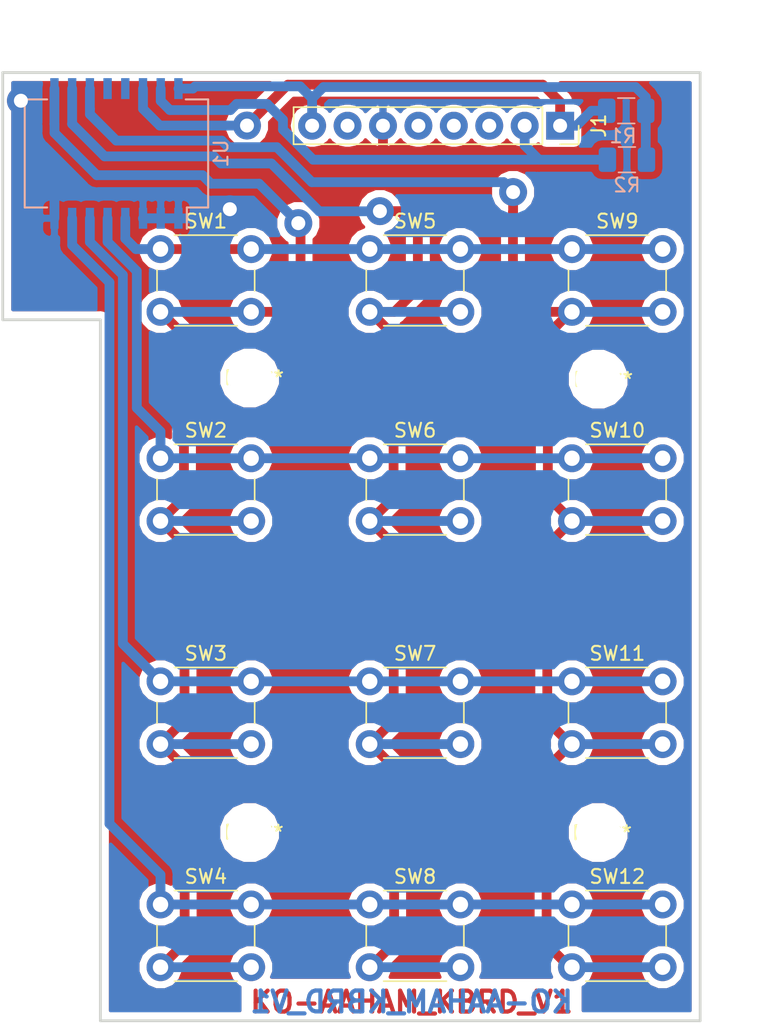
<source format=kicad_pcb>
(kicad_pcb (version 20171130) (host pcbnew 5.0.2+dfsg1-1)

  (general
    (thickness 1.6)
    (drawings 10)
    (tracks 169)
    (zones 0)
    (modules 20)
    (nets 18)
  )

  (page A4)
  (layers
    (0 F.Cu signal)
    (31 B.Cu signal)
    (32 B.Adhes user)
    (33 F.Adhes user)
    (34 B.Paste user)
    (35 F.Paste user)
    (36 B.SilkS user)
    (37 F.SilkS user)
    (38 B.Mask user)
    (39 F.Mask user)
    (40 Dwgs.User user)
    (41 Cmts.User user)
    (42 Eco1.User user)
    (43 Eco2.User user)
    (44 Edge.Cuts user)
    (45 Margin user)
    (46 B.CrtYd user)
    (47 F.CrtYd user)
    (48 B.Fab user)
    (49 F.Fab user)
  )

  (setup
    (last_trace_width 0.25)
    (user_trace_width 0.2)
    (user_trace_width 0.3)
    (user_trace_width 0.4)
    (user_trace_width 0.5)
    (user_trace_width 0.7)
    (user_trace_width 1)
    (user_trace_width 2)
    (user_trace_width 3)
    (trace_clearance 0.2)
    (zone_clearance 0.508)
    (zone_45_only no)
    (trace_min 0.2)
    (segment_width 0.2)
    (edge_width 0.2)
    (via_size 0.8)
    (via_drill 0.4)
    (via_min_size 0.4)
    (via_min_drill 0.3)
    (uvia_size 0.3)
    (uvia_drill 0.1)
    (uvias_allowed no)
    (uvia_min_size 0.2)
    (uvia_min_drill 0.1)
    (pcb_text_width 0.3)
    (pcb_text_size 1.5 1.5)
    (mod_edge_width 0.15)
    (mod_text_size 1 1)
    (mod_text_width 0.15)
    (pad_size 1.8 3)
    (pad_drill 1.2)
    (pad_to_mask_clearance 0.051)
    (solder_mask_min_width 0.25)
    (aux_axis_origin 0 0)
    (visible_elements FFFFFF7F)
    (pcbplotparams
      (layerselection 0x010fc_ffffffff)
      (usegerberextensions false)
      (usegerberattributes false)
      (usegerberadvancedattributes false)
      (creategerberjobfile false)
      (excludeedgelayer true)
      (linewidth 0.100000)
      (plotframeref false)
      (viasonmask false)
      (mode 1)
      (useauxorigin false)
      (hpglpennumber 1)
      (hpglpenspeed 20)
      (hpglpendiameter 15.000000)
      (psnegative false)
      (psa4output false)
      (plotreference true)
      (plotvalue true)
      (plotinvisibletext false)
      (padsonsilk false)
      (subtractmaskfromsilk false)
      (outputformat 1)
      (mirror false)
      (drillshape 0)
      (scaleselection 1)
      (outputdirectory "EXPORT/"))
  )

  (net 0 "")
  (net 1 R4)
  (net 2 R3)
  (net 3 R2)
  (net 4 R1)
  (net 5 +3V3)
  (net 6 "Net-(J1-Pad4)")
  (net 7 GND)
  (net 8 C1)
  (net 9 C2)
  (net 10 C3)
  (net 11 "Net-(J1-Pad5)")
  (net 12 "Net-(J1-Pad7)")
  (net 13 "Net-(U1-Pad12)")
  (net 14 SDA)
  (net 15 SCL)
  (net 16 "Net-(J1-Pad3)")
  (net 17 "Net-(U1-Pad13)")

  (net_class Default "This is the default net class."
    (clearance 0.2)
    (trace_width 0.25)
    (via_dia 0.8)
    (via_drill 0.4)
    (uvia_dia 0.3)
    (uvia_drill 0.1)
    (add_net +3V3)
    (add_net C1)
    (add_net C2)
    (add_net C3)
    (add_net GND)
    (add_net "Net-(J1-Pad3)")
    (add_net "Net-(J1-Pad4)")
    (add_net "Net-(J1-Pad5)")
    (add_net "Net-(J1-Pad7)")
    (add_net "Net-(U1-Pad12)")
    (add_net "Net-(U1-Pad13)")
    (add_net R1)
    (add_net R2)
    (add_net R3)
    (add_net R4)
    (add_net SCL)
    (add_net SDA)
  )

  (module Resistor_SMD:R_1206_3216Metric (layer B.Cu) (tedit 5B301BBD) (tstamp 6122C85E)
    (at 110.44 42.59)
    (descr "Resistor SMD 1206 (3216 Metric), square (rectangular) end terminal, IPC_7351 nominal, (Body size source: http://www.tortai-tech.com/upload/download/2011102023233369053.pdf), generated with kicad-footprint-generator")
    (tags resistor)
    (path /611172A4)
    (attr smd)
    (fp_text reference R2 (at 0 1.82) (layer B.SilkS)
      (effects (font (size 1 1) (thickness 0.15)) (justify mirror))
    )
    (fp_text value 4.7k (at 0 -1.82) (layer B.Fab)
      (effects (font (size 1 1) (thickness 0.15)) (justify mirror))
    )
    (fp_line (start -1.6 -0.8) (end -1.6 0.8) (layer B.Fab) (width 0.1))
    (fp_line (start -1.6 0.8) (end 1.6 0.8) (layer B.Fab) (width 0.1))
    (fp_line (start 1.6 0.8) (end 1.6 -0.8) (layer B.Fab) (width 0.1))
    (fp_line (start 1.6 -0.8) (end -1.6 -0.8) (layer B.Fab) (width 0.1))
    (fp_line (start -0.602064 0.91) (end 0.602064 0.91) (layer B.SilkS) (width 0.12))
    (fp_line (start -0.602064 -0.91) (end 0.602064 -0.91) (layer B.SilkS) (width 0.12))
    (fp_line (start -2.28 -1.12) (end -2.28 1.12) (layer B.CrtYd) (width 0.05))
    (fp_line (start -2.28 1.12) (end 2.28 1.12) (layer B.CrtYd) (width 0.05))
    (fp_line (start 2.28 1.12) (end 2.28 -1.12) (layer B.CrtYd) (width 0.05))
    (fp_line (start 2.28 -1.12) (end -2.28 -1.12) (layer B.CrtYd) (width 0.05))
    (fp_text user %R (at 0 0) (layer B.Fab)
      (effects (font (size 0.8 0.8) (thickness 0.12)) (justify mirror))
    )
    (pad 1 smd roundrect (at -1.4 0) (size 1.25 1.75) (layers B.Cu B.Paste B.Mask) (roundrect_rratio 0.2)
      (net 14 SDA))
    (pad 2 smd roundrect (at 1.4 0) (size 1.25 1.75) (layers B.Cu B.Paste B.Mask) (roundrect_rratio 0.2)
      (net 5 +3V3))
    (model ${KISYS3DMOD}/Resistor_SMD.3dshapes/R_1206_3216Metric.wrl
      (at (xyz 0 0 0))
      (scale (xyz 1 1 1))
      (rotate (xyz 0 0 0))
    )
  )

  (module MountingHole:MountingHole_3.2mm_M3 (layer F.Cu) (tedit 56D1B4CB) (tstamp 6122C857)
    (at 108.38 58.33)
    (descr "Mounting Hole 3.2mm, no annular, M3")
    (tags "mounting hole 3.2mm no annular m3")
    (attr virtual)
    (fp_text reference REF** (at 0.36 0.03) (layer F.SilkS)
      (effects (font (size 1 1) (thickness 0.15)))
    )
    (fp_text value MountingHole_3.2mm_M3 (at 0 4.2) (layer F.Fab)
      (effects (font (size 1 1) (thickness 0.15)))
    )
    (fp_text user %R (at 0.3 0) (layer F.Fab)
      (effects (font (size 1 1) (thickness 0.15)))
    )
    (fp_circle (center 0 0) (end 3.2 0) (layer Cmts.User) (width 0.15))
    (fp_circle (center 0 0) (end 3.45 0) (layer F.CrtYd) (width 0.05))
    (pad 1 np_thru_hole circle (at 0 0) (size 3.2 3.2) (drill 3.2) (layers *.Cu *.Mask))
  )

  (module MountingHole:MountingHole_3.2mm_M3 (layer F.Cu) (tedit 56D1B4CB) (tstamp 6122C850)
    (at 83.39 58.25)
    (descr "Mounting Hole 3.2mm, no annular, M3")
    (tags "mounting hole 3.2mm no annular m3")
    (attr virtual)
    (fp_text reference REF** (at 0.32 -0.01) (layer F.SilkS)
      (effects (font (size 1 1) (thickness 0.15)))
    )
    (fp_text value MountingHole_3.2mm_M3 (at 0 4.2) (layer F.Fab)
      (effects (font (size 1 1) (thickness 0.15)))
    )
    (fp_circle (center 0 0) (end 3.45 0) (layer F.CrtYd) (width 0.05))
    (fp_circle (center 0 0) (end 3.2 0) (layer Cmts.User) (width 0.15))
    (fp_text user %R (at 0.3 0) (layer F.Fab)
      (effects (font (size 1 1) (thickness 0.15)))
    )
    (pad 1 np_thru_hole circle (at 0 0) (size 3.2 3.2) (drill 3.2) (layers *.Cu *.Mask))
  )

  (module MountingHole:MountingHole_3.2mm_M3 (layer F.Cu) (tedit 56D1B4CB) (tstamp 6122C830)
    (at 83.39 90.84)
    (descr "Mounting Hole 3.2mm, no annular, M3")
    (tags "mounting hole 3.2mm no annular m3")
    (attr virtual)
    (fp_text reference REF** (at 0.3 -0.01) (layer F.SilkS)
      (effects (font (size 1 1) (thickness 0.15)))
    )
    (fp_text value MountingHole_3.2mm_M3 (at 0 4.2) (layer F.Fab)
      (effects (font (size 1 1) (thickness 0.15)))
    )
    (fp_text user %R (at 0.3 0) (layer F.Fab)
      (effects (font (size 1 1) (thickness 0.15)))
    )
    (fp_circle (center 0 0) (end 3.2 0) (layer Cmts.User) (width 0.15))
    (fp_circle (center 0 0) (end 3.45 0) (layer F.CrtYd) (width 0.05))
    (pad 1 np_thru_hole circle (at 0 0) (size 3.2 3.2) (drill 3.2) (layers *.Cu *.Mask))
  )

  (module MountingHole:MountingHole_3.2mm_M3 (layer F.Cu) (tedit 56D1B4CB) (tstamp 6122C828)
    (at 108.38 90.84)
    (descr "Mounting Hole 3.2mm, no annular, M3")
    (tags "mounting hole 3.2mm no annular m3")
    (attr virtual)
    (fp_text reference REF** (at 0.28 0.03) (layer F.SilkS)
      (effects (font (size 1 1) (thickness 0.15)))
    )
    (fp_text value MountingHole_3.2mm_M3 (at 0 4.2) (layer F.Fab)
      (effects (font (size 1 1) (thickness 0.15)))
    )
    (fp_circle (center 0 0) (end 3.45 0) (layer F.CrtYd) (width 0.05))
    (fp_circle (center 0 0) (end 3.2 0) (layer Cmts.User) (width 0.15))
    (fp_text user %R (at 0.3 0) (layer F.Fab)
      (effects (font (size 1 1) (thickness 0.15)))
    )
    (pad 1 np_thru_hole circle (at 0 0) (size 3.2 3.2) (drill 3.2) (layers *.Cu *.Mask))
  )

  (module Connector_PinSocket_2.54mm:PinSocket_1x08_P2.54mm_Vertical (layer F.Cu) (tedit 6107A864) (tstamp 6122C80B)
    (at 105.65 40.15 270)
    (descr "Through hole straight socket strip, 1x08, 2.54mm pitch, single row (from Kicad 4.0.7), script generated")
    (tags "Through hole socket strip THT 1x08 2.54mm single row")
    (path /610525E9)
    (fp_text reference J1 (at 0 -2.77 270) (layer F.SilkS)
      (effects (font (size 1 1) (thickness 0.15)))
    )
    (fp_text value Conn_01x08_Male (at 0 20.55 270) (layer F.Fab)
      (effects (font (size 1 1) (thickness 0.15)))
    )
    (fp_text user %R (at 0 8.89) (layer F.Fab)
      (effects (font (size 1 1) (thickness 0.15)))
    )
    (fp_line (start -1.8 19.55) (end -1.8 -1.8) (layer F.CrtYd) (width 0.05))
    (fp_line (start 1.75 19.55) (end -1.8 19.55) (layer F.CrtYd) (width 0.05))
    (fp_line (start 1.75 -1.8) (end 1.75 19.55) (layer F.CrtYd) (width 0.05))
    (fp_line (start -1.8 -1.8) (end 1.75 -1.8) (layer F.CrtYd) (width 0.05))
    (fp_line (start 0 -1.33) (end 1.33 -1.33) (layer F.SilkS) (width 0.12))
    (fp_line (start 1.33 -1.33) (end 1.33 0) (layer F.SilkS) (width 0.12))
    (fp_line (start 1.33 1.27) (end 1.33 19.11) (layer F.SilkS) (width 0.12))
    (fp_line (start -1.33 19.11) (end 1.33 19.11) (layer F.SilkS) (width 0.12))
    (fp_line (start -1.33 1.27) (end -1.33 19.11) (layer F.SilkS) (width 0.12))
    (fp_line (start -1.33 1.27) (end 1.33 1.27) (layer F.SilkS) (width 0.12))
    (fp_line (start -1.27 19.05) (end -1.27 -1.27) (layer F.Fab) (width 0.1))
    (fp_line (start 1.27 19.05) (end -1.27 19.05) (layer F.Fab) (width 0.1))
    (fp_line (start 1.27 -0.635) (end 1.27 19.05) (layer F.Fab) (width 0.1))
    (fp_line (start 0.635 -1.27) (end 1.27 -0.635) (layer F.Fab) (width 0.1))
    (fp_line (start -1.27 -1.27) (end 0.635 -1.27) (layer F.Fab) (width 0.1))
    (pad 8 thru_hole oval (at 0 17.78 270) (size 2 2) (drill 1) (layers *.Cu *.Mask)
      (net 5 +3V3))
    (pad 7 thru_hole oval (at 0 15.24 270) (size 2 2) (drill 1) (layers *.Cu *.Mask)
      (net 12 "Net-(J1-Pad7)"))
    (pad 6 thru_hole oval (at 0 12.7 270) (size 2 2) (drill 1) (layers *.Cu *.Mask)
      (net 7 GND))
    (pad 5 thru_hole oval (at 0 10.16 270) (size 2 2) (drill 1) (layers *.Cu *.Mask)
      (net 11 "Net-(J1-Pad5)"))
    (pad 4 thru_hole oval (at 0 7.62 270) (size 2 2) (drill 1) (layers *.Cu *.Mask)
      (net 6 "Net-(J1-Pad4)"))
    (pad 3 thru_hole oval (at 0 5.08 270) (size 2 2) (drill 1) (layers *.Cu *.Mask)
      (net 16 "Net-(J1-Pad3)"))
    (pad 2 thru_hole oval (at 0 2.54 270) (size 2 2) (drill 1) (layers *.Cu *.Mask)
      (net 14 SDA))
    (pad 1 thru_hole rect (at 0 0 270) (size 2 2) (drill 1) (layers *.Cu *.Mask)
      (net 15 SCL))
    (model ${KISYS3DMOD}/Connector_PinSocket_2.54mm.3dshapes/PinSocket_1x08_P2.54mm_Vertical.wrl
      (at (xyz 0 0 0))
      (scale (xyz 1 1 1))
      (rotate (xyz 0 0 0))
    )
  )

  (module Resistor_SMD:R_1206_3216Metric (layer B.Cu) (tedit 5B301BBD) (tstamp 6122C754)
    (at 110.39 39.08 180)
    (descr "Resistor SMD 1206 (3216 Metric), square (rectangular) end terminal, IPC_7351 nominal, (Body size source: http://www.tortai-tech.com/upload/download/2011102023233369053.pdf), generated with kicad-footprint-generator")
    (tags resistor)
    (path /61116E17)
    (attr smd)
    (fp_text reference R1 (at 0.23 -1.81 180) (layer B.SilkS)
      (effects (font (size 1 1) (thickness 0.15)) (justify mirror))
    )
    (fp_text value 4.7k (at 0 -1.82 180) (layer B.Fab)
      (effects (font (size 1 1) (thickness 0.15)) (justify mirror))
    )
    (fp_text user %R (at 0 0 180) (layer B.Fab)
      (effects (font (size 0.8 0.8) (thickness 0.12)) (justify mirror))
    )
    (fp_line (start 2.28 -1.12) (end -2.28 -1.12) (layer B.CrtYd) (width 0.05))
    (fp_line (start 2.28 1.12) (end 2.28 -1.12) (layer B.CrtYd) (width 0.05))
    (fp_line (start -2.28 1.12) (end 2.28 1.12) (layer B.CrtYd) (width 0.05))
    (fp_line (start -2.28 -1.12) (end -2.28 1.12) (layer B.CrtYd) (width 0.05))
    (fp_line (start -0.602064 -0.91) (end 0.602064 -0.91) (layer B.SilkS) (width 0.12))
    (fp_line (start -0.602064 0.91) (end 0.602064 0.91) (layer B.SilkS) (width 0.12))
    (fp_line (start 1.6 -0.8) (end -1.6 -0.8) (layer B.Fab) (width 0.1))
    (fp_line (start 1.6 0.8) (end 1.6 -0.8) (layer B.Fab) (width 0.1))
    (fp_line (start -1.6 0.8) (end 1.6 0.8) (layer B.Fab) (width 0.1))
    (fp_line (start -1.6 -0.8) (end -1.6 0.8) (layer B.Fab) (width 0.1))
    (pad 2 smd roundrect (at 1.4 0 180) (size 1.25 1.75) (layers B.Cu B.Paste B.Mask) (roundrect_rratio 0.2)
      (net 15 SCL))
    (pad 1 smd roundrect (at -1.4 0 180) (size 1.25 1.75) (layers B.Cu B.Paste B.Mask) (roundrect_rratio 0.2)
      (net 5 +3V3))
    (model ${KISYS3DMOD}/Resistor_SMD.3dshapes/R_1206_3216Metric.wrl
      (at (xyz 0 0 0))
      (scale (xyz 1 1 1))
      (rotate (xyz 0 0 0))
    )
  )

  (module Package_SO:SOIC-16W_7.5x12.8mm_P1.27mm (layer B.Cu) (tedit 5A02F2D3) (tstamp 61242AEA)
    (at 73.84 42.14 90)
    (descr "16-Lead Plastic Small Outline (SO) - Wide, 7.50 mm x 12.8 mm Body (http://www.analog.com/media/en/technical-documentation/data-sheets/ADuM6000.PDF)")
    (tags "SOIC 1.27")
    (path /61112237)
    (attr smd)
    (fp_text reference U1 (at 0 7.5 90) (layer B.SilkS)
      (effects (font (size 1 1) (thickness 0.15)) (justify mirror))
    )
    (fp_text value PCF8574 (at 0 -7.5 90) (layer B.Fab)
      (effects (font (size 1 1) (thickness 0.15)) (justify mirror))
    )
    (fp_text user %R (at 0 0 90) (layer B.Fab)
      (effects (font (size 1 1) (thickness 0.15)) (justify mirror))
    )
    (fp_line (start -2.75 6.4) (end 3.75 6.4) (layer B.Fab) (width 0.15))
    (fp_line (start 3.75 6.4) (end 3.75 -6.4) (layer B.Fab) (width 0.15))
    (fp_line (start 3.75 -6.4) (end -3.75 -6.4) (layer B.Fab) (width 0.15))
    (fp_line (start -3.75 -6.4) (end -3.75 5.4) (layer B.Fab) (width 0.15))
    (fp_line (start -3.75 5.4) (end -2.75 6.4) (layer B.Fab) (width 0.15))
    (fp_line (start -5.65 6.75) (end -5.65 -6.75) (layer B.CrtYd) (width 0.05))
    (fp_line (start 5.65 6.75) (end 5.65 -6.75) (layer B.CrtYd) (width 0.05))
    (fp_line (start -5.65 6.75) (end 5.65 6.75) (layer B.CrtYd) (width 0.05))
    (fp_line (start -5.65 -6.75) (end 5.65 -6.75) (layer B.CrtYd) (width 0.05))
    (fp_line (start -3.875 6.575) (end -3.875 5.05) (layer B.SilkS) (width 0.15))
    (fp_line (start 3.875 6.575) (end 3.875 4.97) (layer B.SilkS) (width 0.15))
    (fp_line (start 3.875 -6.575) (end 3.875 -4.97) (layer B.SilkS) (width 0.15))
    (fp_line (start -3.875 -6.575) (end -3.875 -4.97) (layer B.SilkS) (width 0.15))
    (fp_line (start -3.875 6.575) (end 3.875 6.575) (layer B.SilkS) (width 0.15))
    (fp_line (start -3.875 -6.575) (end 3.875 -6.575) (layer B.SilkS) (width 0.15))
    (fp_line (start -3.875 5.05) (end -5.4 5.05) (layer B.SilkS) (width 0.15))
    (pad 1 smd rect (at -4.65 4.445 90) (size 1.5 0.6) (layers B.Cu B.Paste B.Mask)
      (net 7 GND))
    (pad 2 smd rect (at -4.65 3.175 90) (size 1.5 0.6) (layers B.Cu B.Paste B.Mask)
      (net 7 GND))
    (pad 3 smd rect (at -4.65 1.905 90) (size 1.5 0.6) (layers B.Cu B.Paste B.Mask)
      (net 7 GND))
    (pad 4 smd rect (at -4.65 0.635 90) (size 1.5 0.6) (layers B.Cu B.Paste B.Mask)
      (net 4 R1))
    (pad 5 smd rect (at -4.65 -0.635 90) (size 1.5 0.6) (layers B.Cu B.Paste B.Mask)
      (net 3 R2))
    (pad 6 smd rect (at -4.65 -1.905 90) (size 1.5 0.6) (layers B.Cu B.Paste B.Mask)
      (net 2 R3))
    (pad 7 smd rect (at -4.65 -3.175 90) (size 1.5 0.6) (layers B.Cu B.Paste B.Mask)
      (net 1 R4))
    (pad 8 smd rect (at -4.65 -4.445 90) (size 1.5 0.6) (layers B.Cu B.Paste B.Mask)
      (net 7 GND))
    (pad 9 smd rect (at 4.65 -4.445 90) (size 1.5 0.6) (layers B.Cu B.Paste B.Mask)
      (net 8 C1))
    (pad 10 smd rect (at 4.65 -3.175 90) (size 1.5 0.6) (layers B.Cu B.Paste B.Mask)
      (net 9 C2))
    (pad 11 smd rect (at 4.65 -1.905 90) (size 1.5 0.6) (layers B.Cu B.Paste B.Mask)
      (net 10 C3))
    (pad 12 smd rect (at 4.65 -0.635 90) (size 1.5 0.6) (layers B.Cu B.Paste B.Mask)
      (net 13 "Net-(U1-Pad12)"))
    (pad 13 smd rect (at 4.65 0.635 90) (size 1.5 0.6) (layers B.Cu B.Paste B.Mask)
      (net 17 "Net-(U1-Pad13)"))
    (pad 14 smd rect (at 4.65 1.905 90) (size 1.5 0.6) (layers B.Cu B.Paste B.Mask)
      (net 15 SCL))
    (pad 15 smd rect (at 4.65 3.175 90) (size 1.5 0.6) (layers B.Cu B.Paste B.Mask)
      (net 14 SDA))
    (pad 16 smd rect (at 4.65 4.445 90) (size 1.5 0.6) (layers B.Cu B.Paste B.Mask)
      (net 5 +3V3))
    (model ${KISYS3DMOD}/Package_SO.3dshapes/SOIC-16W_7.5x12.8mm_P1.27mm.wrl
      (at (xyz 0 0 0))
      (scale (xyz 1 1 1))
      (rotate (xyz 0 0 0))
    )
  )

  (module Button_Switch_THT:SW_PUSH_6mm_H7.3mm (layer F.Cu) (tedit 5A02FE31) (tstamp 613BAA2E)
    (at 77 49)
    (descr "tactile push button, 6x6mm e.g. PHAP33xx series, height=7.3mm")
    (tags "tact sw push 6mm")
    (path /61052529)
    (fp_text reference SW1 (at 3.25 -2) (layer F.SilkS)
      (effects (font (size 1 1) (thickness 0.15)))
    )
    (fp_text value 1 (at 3.75 6.7) (layer F.Fab)
      (effects (font (size 1 1) (thickness 0.15)))
    )
    (fp_text user %R (at 3.25 2.25) (layer F.Fab)
      (effects (font (size 1 1) (thickness 0.15)))
    )
    (fp_line (start 3.25 -0.75) (end 6.25 -0.75) (layer F.Fab) (width 0.1))
    (fp_line (start 6.25 -0.75) (end 6.25 5.25) (layer F.Fab) (width 0.1))
    (fp_line (start 6.25 5.25) (end 0.25 5.25) (layer F.Fab) (width 0.1))
    (fp_line (start 0.25 5.25) (end 0.25 -0.75) (layer F.Fab) (width 0.1))
    (fp_line (start 0.25 -0.75) (end 3.25 -0.75) (layer F.Fab) (width 0.1))
    (fp_line (start 7.75 6) (end 8 6) (layer F.CrtYd) (width 0.05))
    (fp_line (start 8 6) (end 8 5.75) (layer F.CrtYd) (width 0.05))
    (fp_line (start 7.75 -1.5) (end 8 -1.5) (layer F.CrtYd) (width 0.05))
    (fp_line (start 8 -1.5) (end 8 -1.25) (layer F.CrtYd) (width 0.05))
    (fp_line (start -1.5 -1.25) (end -1.5 -1.5) (layer F.CrtYd) (width 0.05))
    (fp_line (start -1.5 -1.5) (end -1.25 -1.5) (layer F.CrtYd) (width 0.05))
    (fp_line (start -1.5 5.75) (end -1.5 6) (layer F.CrtYd) (width 0.05))
    (fp_line (start -1.5 6) (end -1.25 6) (layer F.CrtYd) (width 0.05))
    (fp_line (start -1.25 -1.5) (end 7.75 -1.5) (layer F.CrtYd) (width 0.05))
    (fp_line (start -1.5 5.75) (end -1.5 -1.25) (layer F.CrtYd) (width 0.05))
    (fp_line (start 7.75 6) (end -1.25 6) (layer F.CrtYd) (width 0.05))
    (fp_line (start 8 -1.25) (end 8 5.75) (layer F.CrtYd) (width 0.05))
    (fp_line (start 1 5.5) (end 5.5 5.5) (layer F.SilkS) (width 0.12))
    (fp_line (start -0.25 1.5) (end -0.25 3) (layer F.SilkS) (width 0.12))
    (fp_line (start 5.5 -1) (end 1 -1) (layer F.SilkS) (width 0.12))
    (fp_line (start 6.75 3) (end 6.75 1.5) (layer F.SilkS) (width 0.12))
    (fp_circle (center 3.25 2.25) (end 1.25 2.5) (layer F.Fab) (width 0.1))
    (pad 2 thru_hole circle (at 0 4.5 90) (size 2 2) (drill 1.1) (layers *.Cu *.Mask)
      (net 8 C1))
    (pad 1 thru_hole circle (at 0 0 90) (size 2 2) (drill 1.1) (layers *.Cu *.Mask)
      (net 4 R1))
    (pad 2 thru_hole circle (at 6.5 4.5 90) (size 2 2) (drill 1.1) (layers *.Cu *.Mask)
      (net 8 C1))
    (pad 1 thru_hole circle (at 6.5 0 90) (size 2 2) (drill 1.1) (layers *.Cu *.Mask)
      (net 4 R1))
    (model ${KISYS3DMOD}/Button_Switch_THT.3dshapes/SW_PUSH_6mm_H7.3mm.wrl
      (at (xyz 0 0 0))
      (scale (xyz 1 1 1))
      (rotate (xyz 0 0 0))
    )
  )

  (module Button_Switch_THT:SW_PUSH_6mm_H7.3mm (layer F.Cu) (tedit 5A02FE31) (tstamp 613BAA4D)
    (at 77 64)
    (descr "tactile push button, 6x6mm e.g. PHAP33xx series, height=7.3mm")
    (tags "tact sw push 6mm")
    (path /6105255F)
    (fp_text reference SW2 (at 3.25 -2) (layer F.SilkS)
      (effects (font (size 1 1) (thickness 0.15)))
    )
    (fp_text value 4 (at 3.75 6.7) (layer F.Fab)
      (effects (font (size 1 1) (thickness 0.15)))
    )
    (fp_circle (center 3.25 2.25) (end 1.25 2.5) (layer F.Fab) (width 0.1))
    (fp_line (start 6.75 3) (end 6.75 1.5) (layer F.SilkS) (width 0.12))
    (fp_line (start 5.5 -1) (end 1 -1) (layer F.SilkS) (width 0.12))
    (fp_line (start -0.25 1.5) (end -0.25 3) (layer F.SilkS) (width 0.12))
    (fp_line (start 1 5.5) (end 5.5 5.5) (layer F.SilkS) (width 0.12))
    (fp_line (start 8 -1.25) (end 8 5.75) (layer F.CrtYd) (width 0.05))
    (fp_line (start 7.75 6) (end -1.25 6) (layer F.CrtYd) (width 0.05))
    (fp_line (start -1.5 5.75) (end -1.5 -1.25) (layer F.CrtYd) (width 0.05))
    (fp_line (start -1.25 -1.5) (end 7.75 -1.5) (layer F.CrtYd) (width 0.05))
    (fp_line (start -1.5 6) (end -1.25 6) (layer F.CrtYd) (width 0.05))
    (fp_line (start -1.5 5.75) (end -1.5 6) (layer F.CrtYd) (width 0.05))
    (fp_line (start -1.5 -1.5) (end -1.25 -1.5) (layer F.CrtYd) (width 0.05))
    (fp_line (start -1.5 -1.25) (end -1.5 -1.5) (layer F.CrtYd) (width 0.05))
    (fp_line (start 8 -1.5) (end 8 -1.25) (layer F.CrtYd) (width 0.05))
    (fp_line (start 7.75 -1.5) (end 8 -1.5) (layer F.CrtYd) (width 0.05))
    (fp_line (start 8 6) (end 8 5.75) (layer F.CrtYd) (width 0.05))
    (fp_line (start 7.75 6) (end 8 6) (layer F.CrtYd) (width 0.05))
    (fp_line (start 0.25 -0.75) (end 3.25 -0.75) (layer F.Fab) (width 0.1))
    (fp_line (start 0.25 5.25) (end 0.25 -0.75) (layer F.Fab) (width 0.1))
    (fp_line (start 6.25 5.25) (end 0.25 5.25) (layer F.Fab) (width 0.1))
    (fp_line (start 6.25 -0.75) (end 6.25 5.25) (layer F.Fab) (width 0.1))
    (fp_line (start 3.25 -0.75) (end 6.25 -0.75) (layer F.Fab) (width 0.1))
    (fp_text user %R (at 3.25 2.25) (layer F.Fab)
      (effects (font (size 1 1) (thickness 0.15)))
    )
    (pad 1 thru_hole circle (at 6.5 0 90) (size 2 2) (drill 1.1) (layers *.Cu *.Mask)
      (net 3 R2))
    (pad 2 thru_hole circle (at 6.5 4.5 90) (size 2 2) (drill 1.1) (layers *.Cu *.Mask)
      (net 8 C1))
    (pad 1 thru_hole circle (at 0 0 90) (size 2 2) (drill 1.1) (layers *.Cu *.Mask)
      (net 3 R2))
    (pad 2 thru_hole circle (at 0 4.5 90) (size 2 2) (drill 1.1) (layers *.Cu *.Mask)
      (net 8 C1))
    (model ${KISYS3DMOD}/Button_Switch_THT.3dshapes/SW_PUSH_6mm_H7.3mm.wrl
      (at (xyz 0 0 0))
      (scale (xyz 1 1 1))
      (rotate (xyz 0 0 0))
    )
  )

  (module Button_Switch_THT:SW_PUSH_6mm_H7.3mm (layer F.Cu) (tedit 5A02FE31) (tstamp 613BAA6C)
    (at 77 80)
    (descr "tactile push button, 6x6mm e.g. PHAP33xx series, height=7.3mm")
    (tags "tact sw push 6mm")
    (path /61052553)
    (fp_text reference SW3 (at 3.25 -2) (layer F.SilkS)
      (effects (font (size 1 1) (thickness 0.15)))
    )
    (fp_text value 7 (at 3.75 6.7) (layer F.Fab)
      (effects (font (size 1 1) (thickness 0.15)))
    )
    (fp_circle (center 3.25 2.25) (end 1.25 2.5) (layer F.Fab) (width 0.1))
    (fp_line (start 6.75 3) (end 6.75 1.5) (layer F.SilkS) (width 0.12))
    (fp_line (start 5.5 -1) (end 1 -1) (layer F.SilkS) (width 0.12))
    (fp_line (start -0.25 1.5) (end -0.25 3) (layer F.SilkS) (width 0.12))
    (fp_line (start 1 5.5) (end 5.5 5.5) (layer F.SilkS) (width 0.12))
    (fp_line (start 8 -1.25) (end 8 5.75) (layer F.CrtYd) (width 0.05))
    (fp_line (start 7.75 6) (end -1.25 6) (layer F.CrtYd) (width 0.05))
    (fp_line (start -1.5 5.75) (end -1.5 -1.25) (layer F.CrtYd) (width 0.05))
    (fp_line (start -1.25 -1.5) (end 7.75 -1.5) (layer F.CrtYd) (width 0.05))
    (fp_line (start -1.5 6) (end -1.25 6) (layer F.CrtYd) (width 0.05))
    (fp_line (start -1.5 5.75) (end -1.5 6) (layer F.CrtYd) (width 0.05))
    (fp_line (start -1.5 -1.5) (end -1.25 -1.5) (layer F.CrtYd) (width 0.05))
    (fp_line (start -1.5 -1.25) (end -1.5 -1.5) (layer F.CrtYd) (width 0.05))
    (fp_line (start 8 -1.5) (end 8 -1.25) (layer F.CrtYd) (width 0.05))
    (fp_line (start 7.75 -1.5) (end 8 -1.5) (layer F.CrtYd) (width 0.05))
    (fp_line (start 8 6) (end 8 5.75) (layer F.CrtYd) (width 0.05))
    (fp_line (start 7.75 6) (end 8 6) (layer F.CrtYd) (width 0.05))
    (fp_line (start 0.25 -0.75) (end 3.25 -0.75) (layer F.Fab) (width 0.1))
    (fp_line (start 0.25 5.25) (end 0.25 -0.75) (layer F.Fab) (width 0.1))
    (fp_line (start 6.25 5.25) (end 0.25 5.25) (layer F.Fab) (width 0.1))
    (fp_line (start 6.25 -0.75) (end 6.25 5.25) (layer F.Fab) (width 0.1))
    (fp_line (start 3.25 -0.75) (end 6.25 -0.75) (layer F.Fab) (width 0.1))
    (fp_text user %R (at 3.25 2.25) (layer F.Fab)
      (effects (font (size 1 1) (thickness 0.15)))
    )
    (pad 1 thru_hole circle (at 6.5 0 90) (size 2 2) (drill 1.1) (layers *.Cu *.Mask)
      (net 2 R3))
    (pad 2 thru_hole circle (at 6.5 4.5 90) (size 2 2) (drill 1.1) (layers *.Cu *.Mask)
      (net 8 C1))
    (pad 1 thru_hole circle (at 0 0 90) (size 2 2) (drill 1.1) (layers *.Cu *.Mask)
      (net 2 R3))
    (pad 2 thru_hole circle (at 0 4.5 90) (size 2 2) (drill 1.1) (layers *.Cu *.Mask)
      (net 8 C1))
    (model ${KISYS3DMOD}/Button_Switch_THT.3dshapes/SW_PUSH_6mm_H7.3mm.wrl
      (at (xyz 0 0 0))
      (scale (xyz 1 1 1))
      (rotate (xyz 0 0 0))
    )
  )

  (module Button_Switch_THT:SW_PUSH_6mm_H7.3mm (layer F.Cu) (tedit 5A02FE31) (tstamp 613BAA8B)
    (at 77 96)
    (descr "tactile push button, 6x6mm e.g. PHAP33xx series, height=7.3mm")
    (tags "tact sw push 6mm")
    (path /61052559)
    (fp_text reference SW4 (at 3.25 -2) (layer F.SilkS)
      (effects (font (size 1 1) (thickness 0.15)))
    )
    (fp_text value CLEAR (at 3.75 6.7) (layer F.Fab)
      (effects (font (size 1 1) (thickness 0.15)))
    )
    (fp_text user %R (at 3.25 2.25) (layer F.Fab)
      (effects (font (size 1 1) (thickness 0.15)))
    )
    (fp_line (start 3.25 -0.75) (end 6.25 -0.75) (layer F.Fab) (width 0.1))
    (fp_line (start 6.25 -0.75) (end 6.25 5.25) (layer F.Fab) (width 0.1))
    (fp_line (start 6.25 5.25) (end 0.25 5.25) (layer F.Fab) (width 0.1))
    (fp_line (start 0.25 5.25) (end 0.25 -0.75) (layer F.Fab) (width 0.1))
    (fp_line (start 0.25 -0.75) (end 3.25 -0.75) (layer F.Fab) (width 0.1))
    (fp_line (start 7.75 6) (end 8 6) (layer F.CrtYd) (width 0.05))
    (fp_line (start 8 6) (end 8 5.75) (layer F.CrtYd) (width 0.05))
    (fp_line (start 7.75 -1.5) (end 8 -1.5) (layer F.CrtYd) (width 0.05))
    (fp_line (start 8 -1.5) (end 8 -1.25) (layer F.CrtYd) (width 0.05))
    (fp_line (start -1.5 -1.25) (end -1.5 -1.5) (layer F.CrtYd) (width 0.05))
    (fp_line (start -1.5 -1.5) (end -1.25 -1.5) (layer F.CrtYd) (width 0.05))
    (fp_line (start -1.5 5.75) (end -1.5 6) (layer F.CrtYd) (width 0.05))
    (fp_line (start -1.5 6) (end -1.25 6) (layer F.CrtYd) (width 0.05))
    (fp_line (start -1.25 -1.5) (end 7.75 -1.5) (layer F.CrtYd) (width 0.05))
    (fp_line (start -1.5 5.75) (end -1.5 -1.25) (layer F.CrtYd) (width 0.05))
    (fp_line (start 7.75 6) (end -1.25 6) (layer F.CrtYd) (width 0.05))
    (fp_line (start 8 -1.25) (end 8 5.75) (layer F.CrtYd) (width 0.05))
    (fp_line (start 1 5.5) (end 5.5 5.5) (layer F.SilkS) (width 0.12))
    (fp_line (start -0.25 1.5) (end -0.25 3) (layer F.SilkS) (width 0.12))
    (fp_line (start 5.5 -1) (end 1 -1) (layer F.SilkS) (width 0.12))
    (fp_line (start 6.75 3) (end 6.75 1.5) (layer F.SilkS) (width 0.12))
    (fp_circle (center 3.25 2.25) (end 1.25 2.5) (layer F.Fab) (width 0.1))
    (pad 2 thru_hole circle (at 0 4.5 90) (size 2 2) (drill 1.1) (layers *.Cu *.Mask)
      (net 8 C1))
    (pad 1 thru_hole circle (at 0 0 90) (size 2 2) (drill 1.1) (layers *.Cu *.Mask)
      (net 1 R4))
    (pad 2 thru_hole circle (at 6.5 4.5 90) (size 2 2) (drill 1.1) (layers *.Cu *.Mask)
      (net 8 C1))
    (pad 1 thru_hole circle (at 6.5 0 90) (size 2 2) (drill 1.1) (layers *.Cu *.Mask)
      (net 1 R4))
    (model ${KISYS3DMOD}/Button_Switch_THT.3dshapes/SW_PUSH_6mm_H7.3mm.wrl
      (at (xyz 0 0 0))
      (scale (xyz 1 1 1))
      (rotate (xyz 0 0 0))
    )
  )

  (module Button_Switch_THT:SW_PUSH_6mm_H7.3mm (layer F.Cu) (tedit 5A02FE31) (tstamp 613BAAAA)
    (at 92 49)
    (descr "tactile push button, 6x6mm e.g. PHAP33xx series, height=7.3mm")
    (tags "tact sw push 6mm")
    (path /6105253B)
    (fp_text reference SW5 (at 3.25 -2) (layer F.SilkS)
      (effects (font (size 1 1) (thickness 0.15)))
    )
    (fp_text value 2 (at 3.75 6.7) (layer F.Fab)
      (effects (font (size 1 1) (thickness 0.15)))
    )
    (fp_circle (center 3.25 2.25) (end 1.25 2.5) (layer F.Fab) (width 0.1))
    (fp_line (start 6.75 3) (end 6.75 1.5) (layer F.SilkS) (width 0.12))
    (fp_line (start 5.5 -1) (end 1 -1) (layer F.SilkS) (width 0.12))
    (fp_line (start -0.25 1.5) (end -0.25 3) (layer F.SilkS) (width 0.12))
    (fp_line (start 1 5.5) (end 5.5 5.5) (layer F.SilkS) (width 0.12))
    (fp_line (start 8 -1.25) (end 8 5.75) (layer F.CrtYd) (width 0.05))
    (fp_line (start 7.75 6) (end -1.25 6) (layer F.CrtYd) (width 0.05))
    (fp_line (start -1.5 5.75) (end -1.5 -1.25) (layer F.CrtYd) (width 0.05))
    (fp_line (start -1.25 -1.5) (end 7.75 -1.5) (layer F.CrtYd) (width 0.05))
    (fp_line (start -1.5 6) (end -1.25 6) (layer F.CrtYd) (width 0.05))
    (fp_line (start -1.5 5.75) (end -1.5 6) (layer F.CrtYd) (width 0.05))
    (fp_line (start -1.5 -1.5) (end -1.25 -1.5) (layer F.CrtYd) (width 0.05))
    (fp_line (start -1.5 -1.25) (end -1.5 -1.5) (layer F.CrtYd) (width 0.05))
    (fp_line (start 8 -1.5) (end 8 -1.25) (layer F.CrtYd) (width 0.05))
    (fp_line (start 7.75 -1.5) (end 8 -1.5) (layer F.CrtYd) (width 0.05))
    (fp_line (start 8 6) (end 8 5.75) (layer F.CrtYd) (width 0.05))
    (fp_line (start 7.75 6) (end 8 6) (layer F.CrtYd) (width 0.05))
    (fp_line (start 0.25 -0.75) (end 3.25 -0.75) (layer F.Fab) (width 0.1))
    (fp_line (start 0.25 5.25) (end 0.25 -0.75) (layer F.Fab) (width 0.1))
    (fp_line (start 6.25 5.25) (end 0.25 5.25) (layer F.Fab) (width 0.1))
    (fp_line (start 6.25 -0.75) (end 6.25 5.25) (layer F.Fab) (width 0.1))
    (fp_line (start 3.25 -0.75) (end 6.25 -0.75) (layer F.Fab) (width 0.1))
    (fp_text user %R (at 3.25 2.25) (layer F.Fab)
      (effects (font (size 1 1) (thickness 0.15)))
    )
    (pad 1 thru_hole circle (at 6.5 0 90) (size 2 2) (drill 1.1) (layers *.Cu *.Mask)
      (net 4 R1))
    (pad 2 thru_hole circle (at 6.5 4.5 90) (size 2 2) (drill 1.1) (layers *.Cu *.Mask)
      (net 9 C2))
    (pad 1 thru_hole circle (at 0 0 90) (size 2 2) (drill 1.1) (layers *.Cu *.Mask)
      (net 4 R1))
    (pad 2 thru_hole circle (at 0 4.5 90) (size 2 2) (drill 1.1) (layers *.Cu *.Mask)
      (net 9 C2))
    (model ${KISYS3DMOD}/Button_Switch_THT.3dshapes/SW_PUSH_6mm_H7.3mm.wrl
      (at (xyz 0 0 0))
      (scale (xyz 1 1 1))
      (rotate (xyz 0 0 0))
    )
  )

  (module Button_Switch_THT:SW_PUSH_6mm_H7.3mm (layer F.Cu) (tedit 5A02FE31) (tstamp 613BAAC9)
    (at 92 64)
    (descr "tactile push button, 6x6mm e.g. PHAP33xx series, height=7.3mm")
    (tags "tact sw push 6mm")
    (path /6105252F)
    (fp_text reference SW6 (at 3.25 -2) (layer F.SilkS)
      (effects (font (size 1 1) (thickness 0.15)))
    )
    (fp_text value 5 (at 3.75 6.7) (layer F.Fab)
      (effects (font (size 1 1) (thickness 0.15)))
    )
    (fp_circle (center 3.25 2.25) (end 1.25 2.5) (layer F.Fab) (width 0.1))
    (fp_line (start 6.75 3) (end 6.75 1.5) (layer F.SilkS) (width 0.12))
    (fp_line (start 5.5 -1) (end 1 -1) (layer F.SilkS) (width 0.12))
    (fp_line (start -0.25 1.5) (end -0.25 3) (layer F.SilkS) (width 0.12))
    (fp_line (start 1 5.5) (end 5.5 5.5) (layer F.SilkS) (width 0.12))
    (fp_line (start 8 -1.25) (end 8 5.75) (layer F.CrtYd) (width 0.05))
    (fp_line (start 7.75 6) (end -1.25 6) (layer F.CrtYd) (width 0.05))
    (fp_line (start -1.5 5.75) (end -1.5 -1.25) (layer F.CrtYd) (width 0.05))
    (fp_line (start -1.25 -1.5) (end 7.75 -1.5) (layer F.CrtYd) (width 0.05))
    (fp_line (start -1.5 6) (end -1.25 6) (layer F.CrtYd) (width 0.05))
    (fp_line (start -1.5 5.75) (end -1.5 6) (layer F.CrtYd) (width 0.05))
    (fp_line (start -1.5 -1.5) (end -1.25 -1.5) (layer F.CrtYd) (width 0.05))
    (fp_line (start -1.5 -1.25) (end -1.5 -1.5) (layer F.CrtYd) (width 0.05))
    (fp_line (start 8 -1.5) (end 8 -1.25) (layer F.CrtYd) (width 0.05))
    (fp_line (start 7.75 -1.5) (end 8 -1.5) (layer F.CrtYd) (width 0.05))
    (fp_line (start 8 6) (end 8 5.75) (layer F.CrtYd) (width 0.05))
    (fp_line (start 7.75 6) (end 8 6) (layer F.CrtYd) (width 0.05))
    (fp_line (start 0.25 -0.75) (end 3.25 -0.75) (layer F.Fab) (width 0.1))
    (fp_line (start 0.25 5.25) (end 0.25 -0.75) (layer F.Fab) (width 0.1))
    (fp_line (start 6.25 5.25) (end 0.25 5.25) (layer F.Fab) (width 0.1))
    (fp_line (start 6.25 -0.75) (end 6.25 5.25) (layer F.Fab) (width 0.1))
    (fp_line (start 3.25 -0.75) (end 6.25 -0.75) (layer F.Fab) (width 0.1))
    (fp_text user %R (at 3.25 2.25) (layer F.Fab)
      (effects (font (size 1 1) (thickness 0.15)))
    )
    (pad 1 thru_hole circle (at 6.5 0 90) (size 2 2) (drill 1.1) (layers *.Cu *.Mask)
      (net 3 R2))
    (pad 2 thru_hole circle (at 6.5 4.5 90) (size 2 2) (drill 1.1) (layers *.Cu *.Mask)
      (net 9 C2))
    (pad 1 thru_hole circle (at 0 0 90) (size 2 2) (drill 1.1) (layers *.Cu *.Mask)
      (net 3 R2))
    (pad 2 thru_hole circle (at 0 4.5 90) (size 2 2) (drill 1.1) (layers *.Cu *.Mask)
      (net 9 C2))
    (model ${KISYS3DMOD}/Button_Switch_THT.3dshapes/SW_PUSH_6mm_H7.3mm.wrl
      (at (xyz 0 0 0))
      (scale (xyz 1 1 1))
      (rotate (xyz 0 0 0))
    )
  )

  (module Button_Switch_THT:SW_PUSH_6mm_H7.3mm (layer F.Cu) (tedit 5A02FE31) (tstamp 613BAAE8)
    (at 92 80)
    (descr "tactile push button, 6x6mm e.g. PHAP33xx series, height=7.3mm")
    (tags "tact sw push 6mm")
    (path /61052565)
    (fp_text reference SW7 (at 3.25 -2) (layer F.SilkS)
      (effects (font (size 1 1) (thickness 0.15)))
    )
    (fp_text value 8 (at 3.75 6.7) (layer F.Fab)
      (effects (font (size 1 1) (thickness 0.15)))
    )
    (fp_text user %R (at 3.25 2.25) (layer F.Fab)
      (effects (font (size 1 1) (thickness 0.15)))
    )
    (fp_line (start 3.25 -0.75) (end 6.25 -0.75) (layer F.Fab) (width 0.1))
    (fp_line (start 6.25 -0.75) (end 6.25 5.25) (layer F.Fab) (width 0.1))
    (fp_line (start 6.25 5.25) (end 0.25 5.25) (layer F.Fab) (width 0.1))
    (fp_line (start 0.25 5.25) (end 0.25 -0.75) (layer F.Fab) (width 0.1))
    (fp_line (start 0.25 -0.75) (end 3.25 -0.75) (layer F.Fab) (width 0.1))
    (fp_line (start 7.75 6) (end 8 6) (layer F.CrtYd) (width 0.05))
    (fp_line (start 8 6) (end 8 5.75) (layer F.CrtYd) (width 0.05))
    (fp_line (start 7.75 -1.5) (end 8 -1.5) (layer F.CrtYd) (width 0.05))
    (fp_line (start 8 -1.5) (end 8 -1.25) (layer F.CrtYd) (width 0.05))
    (fp_line (start -1.5 -1.25) (end -1.5 -1.5) (layer F.CrtYd) (width 0.05))
    (fp_line (start -1.5 -1.5) (end -1.25 -1.5) (layer F.CrtYd) (width 0.05))
    (fp_line (start -1.5 5.75) (end -1.5 6) (layer F.CrtYd) (width 0.05))
    (fp_line (start -1.5 6) (end -1.25 6) (layer F.CrtYd) (width 0.05))
    (fp_line (start -1.25 -1.5) (end 7.75 -1.5) (layer F.CrtYd) (width 0.05))
    (fp_line (start -1.5 5.75) (end -1.5 -1.25) (layer F.CrtYd) (width 0.05))
    (fp_line (start 7.75 6) (end -1.25 6) (layer F.CrtYd) (width 0.05))
    (fp_line (start 8 -1.25) (end 8 5.75) (layer F.CrtYd) (width 0.05))
    (fp_line (start 1 5.5) (end 5.5 5.5) (layer F.SilkS) (width 0.12))
    (fp_line (start -0.25 1.5) (end -0.25 3) (layer F.SilkS) (width 0.12))
    (fp_line (start 5.5 -1) (end 1 -1) (layer F.SilkS) (width 0.12))
    (fp_line (start 6.75 3) (end 6.75 1.5) (layer F.SilkS) (width 0.12))
    (fp_circle (center 3.25 2.25) (end 1.25 2.5) (layer F.Fab) (width 0.1))
    (pad 2 thru_hole circle (at 0 4.5 90) (size 2 2) (drill 1.1) (layers *.Cu *.Mask)
      (net 9 C2))
    (pad 1 thru_hole circle (at 0 0 90) (size 2 2) (drill 1.1) (layers *.Cu *.Mask)
      (net 2 R3))
    (pad 2 thru_hole circle (at 6.5 4.5 90) (size 2 2) (drill 1.1) (layers *.Cu *.Mask)
      (net 9 C2))
    (pad 1 thru_hole circle (at 6.5 0 90) (size 2 2) (drill 1.1) (layers *.Cu *.Mask)
      (net 2 R3))
    (model ${KISYS3DMOD}/Button_Switch_THT.3dshapes/SW_PUSH_6mm_H7.3mm.wrl
      (at (xyz 0 0 0))
      (scale (xyz 1 1 1))
      (rotate (xyz 0 0 0))
    )
  )

  (module Button_Switch_THT:SW_PUSH_6mm_H7.3mm (layer F.Cu) (tedit 5A02FE31) (tstamp 613BAB07)
    (at 92 96)
    (descr "tactile push button, 6x6mm e.g. PHAP33xx series, height=7.3mm")
    (tags "tact sw push 6mm")
    (path /61052547)
    (fp_text reference SW8 (at 3.25 -2) (layer F.SilkS)
      (effects (font (size 1 1) (thickness 0.15)))
    )
    (fp_text value 0 (at 3.75 6.7) (layer F.Fab)
      (effects (font (size 1 1) (thickness 0.15)))
    )
    (fp_circle (center 3.25 2.25) (end 1.25 2.5) (layer F.Fab) (width 0.1))
    (fp_line (start 6.75 3) (end 6.75 1.5) (layer F.SilkS) (width 0.12))
    (fp_line (start 5.5 -1) (end 1 -1) (layer F.SilkS) (width 0.12))
    (fp_line (start -0.25 1.5) (end -0.25 3) (layer F.SilkS) (width 0.12))
    (fp_line (start 1 5.5) (end 5.5 5.5) (layer F.SilkS) (width 0.12))
    (fp_line (start 8 -1.25) (end 8 5.75) (layer F.CrtYd) (width 0.05))
    (fp_line (start 7.75 6) (end -1.25 6) (layer F.CrtYd) (width 0.05))
    (fp_line (start -1.5 5.75) (end -1.5 -1.25) (layer F.CrtYd) (width 0.05))
    (fp_line (start -1.25 -1.5) (end 7.75 -1.5) (layer F.CrtYd) (width 0.05))
    (fp_line (start -1.5 6) (end -1.25 6) (layer F.CrtYd) (width 0.05))
    (fp_line (start -1.5 5.75) (end -1.5 6) (layer F.CrtYd) (width 0.05))
    (fp_line (start -1.5 -1.5) (end -1.25 -1.5) (layer F.CrtYd) (width 0.05))
    (fp_line (start -1.5 -1.25) (end -1.5 -1.5) (layer F.CrtYd) (width 0.05))
    (fp_line (start 8 -1.5) (end 8 -1.25) (layer F.CrtYd) (width 0.05))
    (fp_line (start 7.75 -1.5) (end 8 -1.5) (layer F.CrtYd) (width 0.05))
    (fp_line (start 8 6) (end 8 5.75) (layer F.CrtYd) (width 0.05))
    (fp_line (start 7.75 6) (end 8 6) (layer F.CrtYd) (width 0.05))
    (fp_line (start 0.25 -0.75) (end 3.25 -0.75) (layer F.Fab) (width 0.1))
    (fp_line (start 0.25 5.25) (end 0.25 -0.75) (layer F.Fab) (width 0.1))
    (fp_line (start 6.25 5.25) (end 0.25 5.25) (layer F.Fab) (width 0.1))
    (fp_line (start 6.25 -0.75) (end 6.25 5.25) (layer F.Fab) (width 0.1))
    (fp_line (start 3.25 -0.75) (end 6.25 -0.75) (layer F.Fab) (width 0.1))
    (fp_text user %R (at 3.25 2.25) (layer F.Fab)
      (effects (font (size 1 1) (thickness 0.15)))
    )
    (pad 1 thru_hole circle (at 6.5 0 90) (size 2 2) (drill 1.1) (layers *.Cu *.Mask)
      (net 1 R4))
    (pad 2 thru_hole circle (at 6.5 4.5 90) (size 2 2) (drill 1.1) (layers *.Cu *.Mask)
      (net 9 C2))
    (pad 1 thru_hole circle (at 0 0 90) (size 2 2) (drill 1.1) (layers *.Cu *.Mask)
      (net 1 R4))
    (pad 2 thru_hole circle (at 0 4.5 90) (size 2 2) (drill 1.1) (layers *.Cu *.Mask)
      (net 9 C2))
    (model ${KISYS3DMOD}/Button_Switch_THT.3dshapes/SW_PUSH_6mm_H7.3mm.wrl
      (at (xyz 0 0 0))
      (scale (xyz 1 1 1))
      (rotate (xyz 0 0 0))
    )
  )

  (module Button_Switch_THT:SW_PUSH_6mm_H7.3mm (layer F.Cu) (tedit 5A02FE31) (tstamp 613BAB26)
    (at 106.5 49)
    (descr "tactile push button, 6x6mm e.g. PHAP33xx series, height=7.3mm")
    (tags "tact sw push 6mm")
    (path /6105254D)
    (fp_text reference SW9 (at 3.25 -2) (layer F.SilkS)
      (effects (font (size 1 1) (thickness 0.15)))
    )
    (fp_text value 3 (at 3.75 6.7) (layer F.Fab)
      (effects (font (size 1 1) (thickness 0.15)))
    )
    (fp_text user %R (at 3.25 2.25) (layer F.Fab)
      (effects (font (size 1 1) (thickness 0.15)))
    )
    (fp_line (start 3.25 -0.75) (end 6.25 -0.75) (layer F.Fab) (width 0.1))
    (fp_line (start 6.25 -0.75) (end 6.25 5.25) (layer F.Fab) (width 0.1))
    (fp_line (start 6.25 5.25) (end 0.25 5.25) (layer F.Fab) (width 0.1))
    (fp_line (start 0.25 5.25) (end 0.25 -0.75) (layer F.Fab) (width 0.1))
    (fp_line (start 0.25 -0.75) (end 3.25 -0.75) (layer F.Fab) (width 0.1))
    (fp_line (start 7.75 6) (end 8 6) (layer F.CrtYd) (width 0.05))
    (fp_line (start 8 6) (end 8 5.75) (layer F.CrtYd) (width 0.05))
    (fp_line (start 7.75 -1.5) (end 8 -1.5) (layer F.CrtYd) (width 0.05))
    (fp_line (start 8 -1.5) (end 8 -1.25) (layer F.CrtYd) (width 0.05))
    (fp_line (start -1.5 -1.25) (end -1.5 -1.5) (layer F.CrtYd) (width 0.05))
    (fp_line (start -1.5 -1.5) (end -1.25 -1.5) (layer F.CrtYd) (width 0.05))
    (fp_line (start -1.5 5.75) (end -1.5 6) (layer F.CrtYd) (width 0.05))
    (fp_line (start -1.5 6) (end -1.25 6) (layer F.CrtYd) (width 0.05))
    (fp_line (start -1.25 -1.5) (end 7.75 -1.5) (layer F.CrtYd) (width 0.05))
    (fp_line (start -1.5 5.75) (end -1.5 -1.25) (layer F.CrtYd) (width 0.05))
    (fp_line (start 7.75 6) (end -1.25 6) (layer F.CrtYd) (width 0.05))
    (fp_line (start 8 -1.25) (end 8 5.75) (layer F.CrtYd) (width 0.05))
    (fp_line (start 1 5.5) (end 5.5 5.5) (layer F.SilkS) (width 0.12))
    (fp_line (start -0.25 1.5) (end -0.25 3) (layer F.SilkS) (width 0.12))
    (fp_line (start 5.5 -1) (end 1 -1) (layer F.SilkS) (width 0.12))
    (fp_line (start 6.75 3) (end 6.75 1.5) (layer F.SilkS) (width 0.12))
    (fp_circle (center 3.25 2.25) (end 1.25 2.5) (layer F.Fab) (width 0.1))
    (pad 2 thru_hole circle (at 0 4.5 90) (size 2 2) (drill 1.1) (layers *.Cu *.Mask)
      (net 10 C3))
    (pad 1 thru_hole circle (at 0 0 90) (size 2 2) (drill 1.1) (layers *.Cu *.Mask)
      (net 4 R1))
    (pad 2 thru_hole circle (at 6.5 4.5 90) (size 2 2) (drill 1.1) (layers *.Cu *.Mask)
      (net 10 C3))
    (pad 1 thru_hole circle (at 6.5 0 90) (size 2 2) (drill 1.1) (layers *.Cu *.Mask)
      (net 4 R1))
    (model ${KISYS3DMOD}/Button_Switch_THT.3dshapes/SW_PUSH_6mm_H7.3mm.wrl
      (at (xyz 0 0 0))
      (scale (xyz 1 1 1))
      (rotate (xyz 0 0 0))
    )
  )

  (module Button_Switch_THT:SW_PUSH_6mm_H7.3mm (layer F.Cu) (tedit 5A02FE31) (tstamp 613BAB45)
    (at 106.5 64)
    (descr "tactile push button, 6x6mm e.g. PHAP33xx series, height=7.3mm")
    (tags "tact sw push 6mm")
    (path /61052541)
    (fp_text reference SW10 (at 3.25 -2) (layer F.SilkS)
      (effects (font (size 1 1) (thickness 0.15)))
    )
    (fp_text value 6 (at 3.75 6.7) (layer F.Fab)
      (effects (font (size 1 1) (thickness 0.15)))
    )
    (fp_text user %R (at 3.25 2.25) (layer F.Fab)
      (effects (font (size 1 1) (thickness 0.15)))
    )
    (fp_line (start 3.25 -0.75) (end 6.25 -0.75) (layer F.Fab) (width 0.1))
    (fp_line (start 6.25 -0.75) (end 6.25 5.25) (layer F.Fab) (width 0.1))
    (fp_line (start 6.25 5.25) (end 0.25 5.25) (layer F.Fab) (width 0.1))
    (fp_line (start 0.25 5.25) (end 0.25 -0.75) (layer F.Fab) (width 0.1))
    (fp_line (start 0.25 -0.75) (end 3.25 -0.75) (layer F.Fab) (width 0.1))
    (fp_line (start 7.75 6) (end 8 6) (layer F.CrtYd) (width 0.05))
    (fp_line (start 8 6) (end 8 5.75) (layer F.CrtYd) (width 0.05))
    (fp_line (start 7.75 -1.5) (end 8 -1.5) (layer F.CrtYd) (width 0.05))
    (fp_line (start 8 -1.5) (end 8 -1.25) (layer F.CrtYd) (width 0.05))
    (fp_line (start -1.5 -1.25) (end -1.5 -1.5) (layer F.CrtYd) (width 0.05))
    (fp_line (start -1.5 -1.5) (end -1.25 -1.5) (layer F.CrtYd) (width 0.05))
    (fp_line (start -1.5 5.75) (end -1.5 6) (layer F.CrtYd) (width 0.05))
    (fp_line (start -1.5 6) (end -1.25 6) (layer F.CrtYd) (width 0.05))
    (fp_line (start -1.25 -1.5) (end 7.75 -1.5) (layer F.CrtYd) (width 0.05))
    (fp_line (start -1.5 5.75) (end -1.5 -1.25) (layer F.CrtYd) (width 0.05))
    (fp_line (start 7.75 6) (end -1.25 6) (layer F.CrtYd) (width 0.05))
    (fp_line (start 8 -1.25) (end 8 5.75) (layer F.CrtYd) (width 0.05))
    (fp_line (start 1 5.5) (end 5.5 5.5) (layer F.SilkS) (width 0.12))
    (fp_line (start -0.25 1.5) (end -0.25 3) (layer F.SilkS) (width 0.12))
    (fp_line (start 5.5 -1) (end 1 -1) (layer F.SilkS) (width 0.12))
    (fp_line (start 6.75 3) (end 6.75 1.5) (layer F.SilkS) (width 0.12))
    (fp_circle (center 3.25 2.25) (end 1.25 2.5) (layer F.Fab) (width 0.1))
    (pad 2 thru_hole circle (at 0 4.5 90) (size 2 2) (drill 1.1) (layers *.Cu *.Mask)
      (net 10 C3))
    (pad 1 thru_hole circle (at 0 0 90) (size 2 2) (drill 1.1) (layers *.Cu *.Mask)
      (net 3 R2))
    (pad 2 thru_hole circle (at 6.5 4.5 90) (size 2 2) (drill 1.1) (layers *.Cu *.Mask)
      (net 10 C3))
    (pad 1 thru_hole circle (at 6.5 0 90) (size 2 2) (drill 1.1) (layers *.Cu *.Mask)
      (net 3 R2))
    (model ${KISYS3DMOD}/Button_Switch_THT.3dshapes/SW_PUSH_6mm_H7.3mm.wrl
      (at (xyz 0 0 0))
      (scale (xyz 1 1 1))
      (rotate (xyz 0 0 0))
    )
  )

  (module Button_Switch_THT:SW_PUSH_6mm_H7.3mm (layer F.Cu) (tedit 5A02FE31) (tstamp 613BAB64)
    (at 106.5 80)
    (descr "tactile push button, 6x6mm e.g. PHAP33xx series, height=7.3mm")
    (tags "tact sw push 6mm")
    (path /61052535)
    (fp_text reference SW11 (at 3.25 -2) (layer F.SilkS)
      (effects (font (size 1 1) (thickness 0.15)))
    )
    (fp_text value 9 (at 3.75 6.7) (layer F.Fab)
      (effects (font (size 1 1) (thickness 0.15)))
    )
    (fp_text user %R (at 3.25 2.25) (layer F.Fab)
      (effects (font (size 1 1) (thickness 0.15)))
    )
    (fp_line (start 3.25 -0.75) (end 6.25 -0.75) (layer F.Fab) (width 0.1))
    (fp_line (start 6.25 -0.75) (end 6.25 5.25) (layer F.Fab) (width 0.1))
    (fp_line (start 6.25 5.25) (end 0.25 5.25) (layer F.Fab) (width 0.1))
    (fp_line (start 0.25 5.25) (end 0.25 -0.75) (layer F.Fab) (width 0.1))
    (fp_line (start 0.25 -0.75) (end 3.25 -0.75) (layer F.Fab) (width 0.1))
    (fp_line (start 7.75 6) (end 8 6) (layer F.CrtYd) (width 0.05))
    (fp_line (start 8 6) (end 8 5.75) (layer F.CrtYd) (width 0.05))
    (fp_line (start 7.75 -1.5) (end 8 -1.5) (layer F.CrtYd) (width 0.05))
    (fp_line (start 8 -1.5) (end 8 -1.25) (layer F.CrtYd) (width 0.05))
    (fp_line (start -1.5 -1.25) (end -1.5 -1.5) (layer F.CrtYd) (width 0.05))
    (fp_line (start -1.5 -1.5) (end -1.25 -1.5) (layer F.CrtYd) (width 0.05))
    (fp_line (start -1.5 5.75) (end -1.5 6) (layer F.CrtYd) (width 0.05))
    (fp_line (start -1.5 6) (end -1.25 6) (layer F.CrtYd) (width 0.05))
    (fp_line (start -1.25 -1.5) (end 7.75 -1.5) (layer F.CrtYd) (width 0.05))
    (fp_line (start -1.5 5.75) (end -1.5 -1.25) (layer F.CrtYd) (width 0.05))
    (fp_line (start 7.75 6) (end -1.25 6) (layer F.CrtYd) (width 0.05))
    (fp_line (start 8 -1.25) (end 8 5.75) (layer F.CrtYd) (width 0.05))
    (fp_line (start 1 5.5) (end 5.5 5.5) (layer F.SilkS) (width 0.12))
    (fp_line (start -0.25 1.5) (end -0.25 3) (layer F.SilkS) (width 0.12))
    (fp_line (start 5.5 -1) (end 1 -1) (layer F.SilkS) (width 0.12))
    (fp_line (start 6.75 3) (end 6.75 1.5) (layer F.SilkS) (width 0.12))
    (fp_circle (center 3.25 2.25) (end 1.25 2.5) (layer F.Fab) (width 0.1))
    (pad 2 thru_hole circle (at 0 4.5 90) (size 2 2) (drill 1.1) (layers *.Cu *.Mask)
      (net 10 C3))
    (pad 1 thru_hole circle (at 0 0 90) (size 2 2) (drill 1.1) (layers *.Cu *.Mask)
      (net 2 R3))
    (pad 2 thru_hole circle (at 6.5 4.5 90) (size 2 2) (drill 1.1) (layers *.Cu *.Mask)
      (net 10 C3))
    (pad 1 thru_hole circle (at 6.5 0 90) (size 2 2) (drill 1.1) (layers *.Cu *.Mask)
      (net 2 R3))
    (model ${KISYS3DMOD}/Button_Switch_THT.3dshapes/SW_PUSH_6mm_H7.3mm.wrl
      (at (xyz 0 0 0))
      (scale (xyz 1 1 1))
      (rotate (xyz 0 0 0))
    )
  )

  (module Button_Switch_THT:SW_PUSH_6mm_H7.3mm (layer F.Cu) (tedit 5A02FE31) (tstamp 613BAB83)
    (at 106.5 96)
    (descr "tactile push button, 6x6mm e.g. PHAP33xx series, height=7.3mm")
    (tags "tact sw push 6mm")
    (path /6105256B)
    (fp_text reference SW12 (at 3.25 -2) (layer F.SilkS)
      (effects (font (size 1 1) (thickness 0.15)))
    )
    (fp_text value ENTER (at 3.75 6.7) (layer F.Fab)
      (effects (font (size 1 1) (thickness 0.15)))
    )
    (fp_circle (center 3.25 2.25) (end 1.25 2.5) (layer F.Fab) (width 0.1))
    (fp_line (start 6.75 3) (end 6.75 1.5) (layer F.SilkS) (width 0.12))
    (fp_line (start 5.5 -1) (end 1 -1) (layer F.SilkS) (width 0.12))
    (fp_line (start -0.25 1.5) (end -0.25 3) (layer F.SilkS) (width 0.12))
    (fp_line (start 1 5.5) (end 5.5 5.5) (layer F.SilkS) (width 0.12))
    (fp_line (start 8 -1.25) (end 8 5.75) (layer F.CrtYd) (width 0.05))
    (fp_line (start 7.75 6) (end -1.25 6) (layer F.CrtYd) (width 0.05))
    (fp_line (start -1.5 5.75) (end -1.5 -1.25) (layer F.CrtYd) (width 0.05))
    (fp_line (start -1.25 -1.5) (end 7.75 -1.5) (layer F.CrtYd) (width 0.05))
    (fp_line (start -1.5 6) (end -1.25 6) (layer F.CrtYd) (width 0.05))
    (fp_line (start -1.5 5.75) (end -1.5 6) (layer F.CrtYd) (width 0.05))
    (fp_line (start -1.5 -1.5) (end -1.25 -1.5) (layer F.CrtYd) (width 0.05))
    (fp_line (start -1.5 -1.25) (end -1.5 -1.5) (layer F.CrtYd) (width 0.05))
    (fp_line (start 8 -1.5) (end 8 -1.25) (layer F.CrtYd) (width 0.05))
    (fp_line (start 7.75 -1.5) (end 8 -1.5) (layer F.CrtYd) (width 0.05))
    (fp_line (start 8 6) (end 8 5.75) (layer F.CrtYd) (width 0.05))
    (fp_line (start 7.75 6) (end 8 6) (layer F.CrtYd) (width 0.05))
    (fp_line (start 0.25 -0.75) (end 3.25 -0.75) (layer F.Fab) (width 0.1))
    (fp_line (start 0.25 5.25) (end 0.25 -0.75) (layer F.Fab) (width 0.1))
    (fp_line (start 6.25 5.25) (end 0.25 5.25) (layer F.Fab) (width 0.1))
    (fp_line (start 6.25 -0.75) (end 6.25 5.25) (layer F.Fab) (width 0.1))
    (fp_line (start 3.25 -0.75) (end 6.25 -0.75) (layer F.Fab) (width 0.1))
    (fp_text user %R (at 3.25 2.25) (layer F.Fab)
      (effects (font (size 1 1) (thickness 0.15)))
    )
    (pad 1 thru_hole circle (at 6.5 0 90) (size 2 2) (drill 1.1) (layers *.Cu *.Mask)
      (net 1 R4))
    (pad 2 thru_hole circle (at 6.5 4.5 90) (size 2 2) (drill 1.1) (layers *.Cu *.Mask)
      (net 10 C3))
    (pad 1 thru_hole circle (at 0 0 90) (size 2 2) (drill 1.1) (layers *.Cu *.Mask)
      (net 1 R4))
    (pad 2 thru_hole circle (at 0 4.5 90) (size 2 2) (drill 1.1) (layers *.Cu *.Mask)
      (net 10 C3))
    (model ${KISYS3DMOD}/Button_Switch_THT.3dshapes/SW_PUSH_6mm_H7.3mm.wrl
      (at (xyz 0 0 0))
      (scale (xyz 1 1 1))
      (rotate (xyz 0 0 0))
    )
  )

  (dimension 68 (width 0.3) (layer B.Paste)
    (gr_text "68.000 mm" (at 119.784059 70.341547 270) (layer B.Paste)
      (effects (font (size 1.5 1.5) (thickness 0.3)))
    )
    (feature1 (pts (xy 115.684059 104.341547) (xy 118.27048 104.341547)))
    (feature2 (pts (xy 115.684059 36.341547) (xy 118.27048 36.341547)))
    (crossbar (pts (xy 117.684059 36.341547) (xy 117.684059 104.341547)))
    (arrow1a (pts (xy 117.684059 104.341547) (xy 117.097638 103.215043)))
    (arrow1b (pts (xy 117.684059 104.341547) (xy 118.27048 103.215043)))
    (arrow2a (pts (xy 117.684059 36.341547) (xy 117.097638 37.468051)))
    (arrow2b (pts (xy 117.684059 36.341547) (xy 118.27048 37.468051)))
  )
  (gr_line (start 65.69 54.07) (end 65.69 36.34) (layer Edge.Cuts) (width 0.2))
  (gr_line (start 72.69 54.07) (end 65.69 54.07) (layer Edge.Cuts) (width 0.2))
  (gr_text KO-AAHAM_KBRD_V1 (at 95 103) (layer F.Cu) (tstamp 6122C7B8)
    (effects (font (size 1.5 1.5) (thickness 0.3)))
  )
  (gr_line (start 72.69 54.07) (end 72.69 104.34) (layer Edge.Cuts) (width 0.2) (tstamp 6122C7B3))
  (dimension 50 (width 0.3) (layer B.Paste) (tstamp 6122C7B1)
    (gr_text "50.000 mm" (at 90.69 32.24) (layer B.Paste) (tstamp 6122C7B1)
      (effects (font (size 1.5 1.5) (thickness 0.3)))
    )
    (feature1 (pts (xy 115.69 36.34) (xy 115.69 33.753579)))
    (feature2 (pts (xy 65.69 36.34) (xy 65.69 33.753579)))
    (crossbar (pts (xy 65.69 34.34) (xy 115.69 34.34)))
    (arrow1a (pts (xy 115.69 34.34) (xy 114.563496 34.926421)))
    (arrow1b (pts (xy 115.69 34.34) (xy 114.563496 33.753579)))
    (arrow2a (pts (xy 65.69 34.34) (xy 66.816504 34.926421)))
    (arrow2b (pts (xy 65.69 34.34) (xy 66.816504 33.753579)))
  )
  (gr_line (start 115.69 36.34) (end 115.69 104.34) (layer Edge.Cuts) (width 0.2) (tstamp 6122C7A3))
  (gr_line (start 115.69 104.34) (end 72.69 104.34) (layer Edge.Cuts) (width 0.2) (tstamp 6122C76A))
  (gr_text KO-AAHAM_KBRD_V1 (at 95 102.99) (layer B.Cu) (tstamp 6122C765)
    (effects (font (size 1.5 1.5) (thickness 0.3)) (justify mirror))
  )
  (gr_line (start 115.69 36.34) (end 65.69 36.34) (layer Edge.Cuts) (width 0.2) (tstamp 6122C728))

  (segment (start 70.665 46.79) (end 70.665 48.715) (width 0.7) (layer B.Cu) (net 1))
  (segment (start 73.34001 51.39001) (end 73.34001 90.21001) (width 0.7) (layer B.Cu) (net 1))
  (segment (start 70.665 48.715) (end 73.34001 51.39001) (width 0.7) (layer B.Cu) (net 1))
  (segment (start 77 93.87) (end 77 96) (width 0.7) (layer B.Cu) (net 1))
  (segment (start 73.34001 90.21001) (end 77 93.87) (width 0.7) (layer B.Cu) (net 1))
  (segment (start 77 96) (end 113 96) (width 0.7) (layer B.Cu) (net 1))
  (segment (start 77 80) (end 113 80) (width 0.7) (layer B.Cu) (net 2))
  (segment (start 74.3 77.3) (end 76.000001 79.000001) (width 0.7) (layer B.Cu) (net 2))
  (segment (start 76.000001 79.000001) (end 77 80) (width 0.7) (layer B.Cu) (net 2))
  (segment (start 71.935 46.79) (end 71.935 48.487806) (width 0.7) (layer B.Cu) (net 2))
  (segment (start 74.3 50.852806) (end 74.3 77.3) (width 0.7) (layer B.Cu) (net 2))
  (segment (start 71.935 48.487806) (end 74.3 50.852806) (width 0.7) (layer B.Cu) (net 2))
  (segment (start 113 64) (end 77 64) (width 0.7) (layer B.Cu) (net 3))
  (segment (start 77 62.09) (end 77 64) (width 0.7) (layer B.Cu) (net 3))
  (segment (start 75.3 60.39) (end 77 62.09) (width 0.7) (layer B.Cu) (net 3))
  (segment (start 75.3 50.58) (end 75.3 60.39) (width 0.7) (layer B.Cu) (net 3))
  (segment (start 73.205 46.79) (end 73.205 48.485) (width 0.7) (layer B.Cu) (net 3))
  (segment (start 73.205 48.485) (end 75.3 50.58) (width 0.7) (layer B.Cu) (net 3))
  (segment (start 75.235 49) (end 75.585787 49) (width 0.7) (layer B.Cu) (net 4))
  (segment (start 74.475 48.24) (end 75.235 49) (width 0.7) (layer B.Cu) (net 4))
  (segment (start 75.585787 49) (end 77 49) (width 0.7) (layer B.Cu) (net 4))
  (segment (start 74.475 46.79) (end 74.475 48.24) (width 0.7) (layer B.Cu) (net 4))
  (segment (start 112.5 49) (end 83.5 49) (width 0.7) (layer B.Cu) (net 4))
  (segment (start 83.5 49) (end 77 49) (width 0.7) (layer F.Cu) (net 4))
  (segment (start 87.87 38.19) (end 87.87 40.15) (width 0.7) (layer B.Cu) (net 5) (tstamp 6122C79B))
  (segment (start 111.79 42.54) (end 111.84 42.59) (width 0.7) (layer B.Cu) (net 5) (tstamp 6122C79D))
  (segment (start 111.79 39.08) (end 111.79 42.54) (width 0.7) (layer B.Cu) (net 5) (tstamp 6122C79E))
  (segment (start 88.68 37.38) (end 87.87 38.19) (width 0.7) (layer B.Cu) (net 5) (tstamp 6122C79F))
  (segment (start 111.065 37.38) (end 88.68 37.38) (width 0.7) (layer B.Cu) (net 5) (tstamp 6122C7A0))
  (segment (start 111.79 39.08) (end 111.79 38.105) (width 0.7) (layer B.Cu) (net 5) (tstamp 6122C7A1))
  (segment (start 111.79 38.105) (end 111.065 37.38) (width 0.7) (layer B.Cu) (net 5) (tstamp 6122C7A2))
  (segment (start 87.01 37.33) (end 87.87 38.19) (width 0.7) (layer B.Cu) (net 5))
  (segment (start 79.48 37.33) (end 87.01 37.33) (width 0.7) (layer B.Cu) (net 5))
  (segment (start 79.32 37.49) (end 79.48 37.33) (width 0.7) (layer B.Cu) (net 5))
  (segment (start 78.285 37.49) (end 79.32 37.49) (width 0.7) (layer B.Cu) (net 5))
  (via (at 66.99001 38.36) (size 2) (drill 1) (layers F.Cu B.Cu) (net 7) (tstamp 6122C927))
  (segment (start 78.285 46.79) (end 75.745 46.79) (width 0.7) (layer B.Cu) (net 7))
  (via (at 81.97 46.14) (size 2) (drill 1) (layers F.Cu B.Cu) (net 7))
  (segment (start 66.99001 38.36) (end 74.19 38.36) (width 0.7) (layer F.Cu) (net 7))
  (segment (start 74.19 38.36) (end 80.970001 45.140001) (width 0.7) (layer F.Cu) (net 7))
  (segment (start 80.970001 45.140001) (end 81.97 46.14) (width 0.7) (layer F.Cu) (net 7))
  (segment (start 81.862501 46.032501) (end 81.97 46.14) (width 0.7) (layer B.Cu) (net 7))
  (segment (start 79.895787 46.8) (end 80.555787 46.14) (width 0.7) (layer B.Cu) (net 7))
  (segment (start 80.555787 46.14) (end 81.97 46.14) (width 0.7) (layer B.Cu) (net 7))
  (segment (start 75.74 46.81) (end 75.75 46.8) (width 0.7) (layer B.Cu) (net 7))
  (segment (start 75.75 46.8) (end 79.895787 46.8) (width 0.7) (layer B.Cu) (net 7))
  (segment (start 85.454213 44.07) (end 83.384213 46.14) (width 0.7) (layer F.Cu) (net 7))
  (segment (start 91.11 44.07) (end 85.454213 44.07) (width 0.7) (layer F.Cu) (net 7))
  (segment (start 83.384213 46.14) (end 81.97 46.14) (width 0.7) (layer F.Cu) (net 7))
  (segment (start 92.95 40.15) (end 92.95 42.23) (width 0.7) (layer F.Cu) (net 7))
  (segment (start 92.95 42.23) (end 91.11 44.07) (width 0.7) (layer F.Cu) (net 7))
  (segment (start 66.99001 39.774213) (end 66.99001 38.36) (width 0.7) (layer B.Cu) (net 7))
  (segment (start 66.99001 43.59001) (end 66.99001 39.774213) (width 0.7) (layer B.Cu) (net 7))
  (segment (start 67.27 43.87) (end 66.99001 43.59001) (width 0.7) (layer B.Cu) (net 7))
  (segment (start 67.925 43.87) (end 67.27 43.87) (width 0.7) (layer B.Cu) (net 7))
  (segment (start 69.395 46.79) (end 69.395 45.34) (width 0.7) (layer B.Cu) (net 7))
  (segment (start 69.395 45.34) (end 67.925 43.87) (width 0.7) (layer B.Cu) (net 7))
  (segment (start 77 53.5) (end 83.5 53.5) (width 0.7) (layer B.Cu) (net 8))
  (segment (start 77 68.5) (end 83.5 68.5) (width 0.7) (layer B.Cu) (net 8))
  (segment (start 77 84.5) (end 83.5 84.5) (width 0.7) (layer B.Cu) (net 8))
  (segment (start 77 100.5) (end 83.5 100.5) (width 0.7) (layer B.Cu) (net 8))
  (segment (start 69.395 40.027806) (end 69.4 40.032806) (width 0.7) (layer B.Cu) (net 8))
  (segment (start 69.395 37.49) (end 69.395 40.027806) (width 0.7) (layer B.Cu) (net 8))
  (segment (start 69.4 40.032806) (end 69.4 40.67) (width 0.7) (layer B.Cu) (net 8))
  (segment (start 69.4 40.67) (end 72.43 43.7) (width 0.7) (layer B.Cu) (net 8))
  (segment (start 72.43 43.7) (end 80.01 43.7) (width 0.7) (layer B.Cu) (net 8))
  (segment (start 80.01 43.7) (end 80.62 44.31) (width 0.7) (layer B.Cu) (net 8))
  (segment (start 80.62 44.31) (end 84.07 44.31) (width 0.7) (layer B.Cu) (net 8))
  (segment (start 84.07 44.31) (end 86.95 47.19) (width 0.7) (layer B.Cu) (net 8))
  (via (at 86.880003 47.14) (size 2) (drill 1) (layers F.Cu B.Cu) (net 8))
  (segment (start 87.04 52.53) (end 86.07 53.5) (width 0.7) (layer F.Cu) (net 8))
  (segment (start 86.880003 47.14) (end 87.04 47.299997) (width 0.7) (layer F.Cu) (net 8))
  (segment (start 86.07 53.5) (end 83.5 53.5) (width 0.7) (layer F.Cu) (net 8))
  (segment (start 87.04 47.299997) (end 87.04 52.53) (width 0.7) (layer F.Cu) (net 8))
  (segment (start 77.999999 67.500001) (end 77 68.5) (width 0.7) (layer F.Cu) (net 8))
  (segment (start 78.68 66.82) (end 77.999999 67.500001) (width 0.7) (layer F.Cu) (net 8))
  (segment (start 78.68 55.18) (end 78.68 66.82) (width 0.7) (layer F.Cu) (net 8))
  (segment (start 77 53.5) (end 78.68 55.18) (width 0.7) (layer F.Cu) (net 8))
  (segment (start 78.72 82.78) (end 77 84.5) (width 0.7) (layer F.Cu) (net 8))
  (segment (start 78.72 70.19) (end 78.72 82.78) (width 0.7) (layer F.Cu) (net 8))
  (segment (start 77.04 68.51) (end 78.72 70.19) (width 0.7) (layer F.Cu) (net 8))
  (segment (start 78.73 86.16) (end 78.73 98.75) (width 0.7) (layer F.Cu) (net 8) (tstamp 613BE032))
  (segment (start 78.73 98.75) (end 77.01 100.47) (width 0.7) (layer F.Cu) (net 8) (tstamp 613BE034))
  (segment (start 77.05 84.48) (end 78.73 86.16) (width 0.7) (layer F.Cu) (net 8) (tstamp 613BE033))
  (segment (start 93.71 55.18) (end 93.71 66.82) (width 0.7) (layer F.Cu) (net 9) (tstamp 613BE079))
  (segment (start 93.029999 67.500001) (end 92.03 68.5) (width 0.7) (layer F.Cu) (net 9) (tstamp 613BE07A))
  (segment (start 93.71 66.82) (end 93.029999 67.500001) (width 0.7) (layer F.Cu) (net 9) (tstamp 613BE07B))
  (segment (start 92.03 53.5) (end 93.71 55.18) (width 0.7) (layer F.Cu) (net 9) (tstamp 613BE07C))
  (segment (start 93.75 86.18) (end 93.75 98.77) (width 0.7) (layer F.Cu) (net 9) (tstamp 613BE042))
  (segment (start 92.07 84.5) (end 93.75 86.18) (width 0.7) (layer F.Cu) (net 9) (tstamp 613BE043))
  (segment (start 93.75 98.77) (end 92.03 100.49) (width 0.7) (layer F.Cu) (net 9) (tstamp 613BE044))
  (via (at 92.73 46.28) (size 2) (drill 1) (layers F.Cu B.Cu) (net 9) (tstamp 613BDEE0))
  (segment (start 72.99 42.35) (end 70.66 40.02) (width 0.7) (layer B.Cu) (net 9))
  (segment (start 81.33 42.86) (end 80.82 42.35) (width 0.7) (layer B.Cu) (net 9))
  (segment (start 84.95 42.86) (end 81.33 42.86) (width 0.7) (layer B.Cu) (net 9))
  (segment (start 80.82 42.35) (end 72.99 42.35) (width 0.7) (layer B.Cu) (net 9))
  (segment (start 88.38 46.29) (end 84.95 42.86) (width 0.7) (layer B.Cu) (net 9))
  (segment (start 92.68 46.29) (end 88.38 46.29) (width 0.7) (layer B.Cu) (net 9))
  (segment (start 70.665 40.015) (end 70.66 40.02) (width 0.7) (layer B.Cu) (net 9))
  (segment (start 70.665 37.49) (end 70.665 40.015) (width 0.7) (layer B.Cu) (net 9))
  (segment (start 92 100.5) (end 98.5 100.5) (width 0.7) (layer B.Cu) (net 9))
  (segment (start 92 84.5) (end 98.5 84.5) (width 0.7) (layer B.Cu) (net 9))
  (segment (start 92 68.5) (end 98.5 68.5) (width 0.7) (layer B.Cu) (net 9))
  (segment (start 92 53.5) (end 98.5 53.5) (width 0.7) (layer B.Cu) (net 9))
  (segment (start 94.144213 46.28) (end 95.45 47.585787) (width 0.7) (layer F.Cu) (net 9))
  (segment (start 92.73 46.28) (end 94.144213 46.28) (width 0.7) (layer F.Cu) (net 9))
  (segment (start 95.45 47.585787) (end 95.45 51.82) (width 0.7) (layer F.Cu) (net 9))
  (segment (start 93.77 53.5) (end 92 53.5) (width 0.7) (layer F.Cu) (net 9))
  (segment (start 95.45 51.82) (end 93.77 53.5) (width 0.7) (layer F.Cu) (net 9))
  (segment (start 93.72 82.8) (end 92 84.52) (width 0.7) (layer F.Cu) (net 9) (tstamp 613BE05A))
  (segment (start 93.72 70.21) (end 93.72 82.8) (width 0.7) (layer F.Cu) (net 9) (tstamp 613BE05B))
  (segment (start 92.04 68.53) (end 93.72 70.21) (width 0.7) (layer F.Cu) (net 9) (tstamp 613BE05C))
  (segment (start 104.68 86.25) (end 106.4 84.53) (width 0.7) (layer F.Cu) (net 10) (tstamp 613BE048))
  (segment (start 106.36 100.52) (end 104.68 98.84) (width 0.7) (layer F.Cu) (net 10) (tstamp 613BE049))
  (segment (start 104.68 98.84) (end 104.68 86.25) (width 0.7) (layer F.Cu) (net 10) (tstamp 613BE04A))
  (via (at 102.28 44.91) (size 2) (drill 1) (layers F.Cu B.Cu) (net 10) (tstamp 613BDEE2))
  (segment (start 106.5 100.5) (end 113 100.5) (width 0.7) (layer B.Cu) (net 10))
  (segment (start 106.5 84.5) (end 113 84.5) (width 0.7) (layer B.Cu) (net 10))
  (segment (start 106.5 68.5) (end 113 68.5) (width 0.7) (layer B.Cu) (net 10))
  (segment (start 106 53.5) (end 112.5 53.5) (width 0.7) (layer B.Cu) (net 10))
  (segment (start 101.61 44.2) (end 102.32 44.91) (width 0.7) (layer B.Cu) (net 10))
  (segment (start 85.340002 41.690002) (end 87.85 44.2) (width 0.7) (layer B.Cu) (net 10))
  (segment (start 81.860002 41.690002) (end 85.340002 41.690002) (width 0.7) (layer B.Cu) (net 10))
  (segment (start 71.935 38.94) (end 71.94 38.945) (width 0.7) (layer B.Cu) (net 10))
  (segment (start 71.935 37.49) (end 71.935 38.94) (width 0.7) (layer B.Cu) (net 10))
  (segment (start 71.94 38.945) (end 71.94 39.33) (width 0.7) (layer B.Cu) (net 10))
  (segment (start 87.85 44.2) (end 101.61 44.2) (width 0.7) (layer B.Cu) (net 10))
  (segment (start 71.94 39.33) (end 73.83 41.22) (width 0.7) (layer B.Cu) (net 10))
  (segment (start 81.39 41.22) (end 81.860002 41.690002) (width 0.7) (layer B.Cu) (net 10))
  (segment (start 73.83 41.22) (end 81.39 41.22) (width 0.7) (layer B.Cu) (net 10))
  (segment (start 104.73 70.25) (end 106.45 68.53) (width 0.7) (layer F.Cu) (net 10) (tstamp 613BE054))
  (segment (start 104.73 82.84) (end 104.73 70.25) (width 0.7) (layer F.Cu) (net 10) (tstamp 613BE055))
  (segment (start 106.41 84.52) (end 104.73 82.84) (width 0.7) (layer F.Cu) (net 10) (tstamp 613BE056))
  (segment (start 106.45 68.45) (end 104.77 66.77) (width 0.7) (layer F.Cu) (net 10) (tstamp 613BE081))
  (segment (start 105.450001 54.449999) (end 106.45 53.45) (width 0.7) (layer F.Cu) (net 10) (tstamp 613BE082))
  (segment (start 104.77 66.77) (end 104.77 55.13) (width 0.7) (layer F.Cu) (net 10) (tstamp 613BE083))
  (segment (start 104.77 55.13) (end 105.450001 54.449999) (width 0.7) (layer F.Cu) (net 10) (tstamp 613BE084))
  (segment (start 104.33 53.5) (end 106 53.5) (width 0.7) (layer F.Cu) (net 10))
  (segment (start 102.27 51.44) (end 104.33 53.5) (width 0.7) (layer F.Cu) (net 10))
  (segment (start 102.27 46.334213) (end 102.27 51.44) (width 0.7) (layer F.Cu) (net 10))
  (segment (start 102.28 44.91) (end 102.28 46.324213) (width 0.7) (layer F.Cu) (net 10))
  (segment (start 102.28 46.324213) (end 102.27 46.334213) (width 0.7) (layer F.Cu) (net 10))
  (segment (start 104.135787 42.59) (end 109.04 42.59) (width 0.7) (layer B.Cu) (net 14) (tstamp 6122C72A))
  (segment (start 104.045787 42.5) (end 104.135787 42.59) (width 0.7) (layer B.Cu) (net 14) (tstamp 6122C747))
  (segment (start 103.11 41.564213) (end 104.045787 42.5) (width 0.7) (layer B.Cu) (net 14) (tstamp 6122C7B0))
  (segment (start 103.11 40.15) (end 103.11 41.564213) (width 0.7) (layer B.Cu) (net 14) (tstamp 6122C805))
  (segment (start 103.955787 42.59) (end 104.045787 42.5) (width 0.7) (layer B.Cu) (net 14))
  (segment (start 87.944003 42.59) (end 103.955787 42.59) (width 0.7) (layer B.Cu) (net 14))
  (segment (start 77.015 38.375) (end 77.669998 39.029998) (width 0.7) (layer B.Cu) (net 14))
  (segment (start 77.015 37.49) (end 77.015 38.375) (width 0.7) (layer B.Cu) (net 14))
  (segment (start 85.780002 40.425999) (end 87.944003 42.59) (width 0.7) (layer B.Cu) (net 14))
  (segment (start 85.780002 39.725998) (end 85.780002 40.425999) (width 0.7) (layer B.Cu) (net 14))
  (segment (start 77.669998 39.029998) (end 82.015997 39.029998) (width 0.7) (layer B.Cu) (net 14))
  (segment (start 82.015997 39.029998) (end 82.455997 38.589998) (width 0.7) (layer B.Cu) (net 14))
  (segment (start 82.455997 38.589998) (end 84.644002 38.589998) (width 0.7) (layer B.Cu) (net 14))
  (segment (start 84.644002 38.589998) (end 85.780002 39.725998) (width 0.7) (layer B.Cu) (net 14))
  (segment (start 105.65 40.15) (end 106.83 40.15) (width 0.7) (layer B.Cu) (net 15) (tstamp 6122C739))
  (segment (start 107.9 39.08) (end 108.99 39.08) (width 0.7) (layer B.Cu) (net 15) (tstamp 6122C764))
  (segment (start 106.83 40.15) (end 107.9 39.08) (width 0.7) (layer B.Cu) (net 15) (tstamp 6122C767))
  (segment (start 105.65 40.15) (end 105.65 38.45) (width 0.7) (layer F.Cu) (net 15) (tstamp 6122C951))
  (segment (start 86.130024 37.21) (end 84.200023 39.140001) (width 0.7) (layer F.Cu) (net 15) (tstamp 6122C952))
  (segment (start 105.65 38.45) (end 104.41 37.21) (width 0.7) (layer F.Cu) (net 15) (tstamp 6122C959))
  (segment (start 104.41 37.21) (end 86.130024 37.21) (width 0.7) (layer F.Cu) (net 15) (tstamp 6122C95B))
  (segment (start 84.200023 39.140001) (end 83.200024 40.14) (width 0.7) (layer F.Cu) (net 15) (tstamp 6122C95F))
  (via (at 83.200024 40.14) (size 2) (drill 1) (layers F.Cu B.Cu) (net 15) (tstamp 6122C960))
  (segment (start 81.785811 40.14) (end 83.200024 40.14) (width 0.7) (layer B.Cu) (net 15))
  (segment (start 76.945 40.14) (end 81.785811 40.14) (width 0.7) (layer B.Cu) (net 15))
  (segment (start 75.745 37.49) (end 75.745 38.94) (width 0.7) (layer B.Cu) (net 15))
  (segment (start 75.745 38.94) (end 76.945 40.14) (width 0.7) (layer B.Cu) (net 15))

  (zone (net 7) (net_name GND) (layer B.Cu) (tstamp 61600C5C) (hatch edge 0.508)
    (connect_pads (clearance 0.508))
    (min_thickness 0.254)
    (fill yes (arc_segments 16) (thermal_gap 0.508) (thermal_bridge_width 0.508))
    (polygon
      (pts
        (xy 65.69 36.36) (xy 115.69 36.35) (xy 115.68 104.34) (xy 65.69 104.33)
      )
    )
    (filled_polygon
      (pts
        (xy 68.44756 37.204163) (xy 68.41 37.392989) (xy 68.410001 39.930793) (xy 68.390704 40.027806) (xy 68.415 40.149951)
        (xy 68.415 40.572992) (xy 68.395704 40.67) (xy 68.415 40.767008) (xy 68.415 40.767012) (xy 68.428658 40.835672)
        (xy 68.472151 41.054327) (xy 68.634902 41.297902) (xy 68.634905 41.297905) (xy 68.689856 41.380145) (xy 68.772096 41.435096)
        (xy 71.664902 44.327902) (xy 71.719855 44.410145) (xy 72.045672 44.627849) (xy 72.332988 44.685) (xy 72.332991 44.685)
        (xy 72.429999 44.704296) (xy 72.527007 44.685) (xy 79.602 44.685) (xy 79.8549 44.937899) (xy 79.909855 45.020145)
        (xy 80.235672 45.237849) (xy 80.522988 45.295) (xy 80.522991 45.295) (xy 80.619999 45.314296) (xy 80.717007 45.295)
        (xy 83.662 45.295) (xy 85.245003 46.878003) (xy 85.245003 47.465222) (xy 85.472729 48.015) (xy 84.827239 48.015)
        (xy 84.426153 47.613914) (xy 83.825222 47.365) (xy 83.174778 47.365) (xy 82.573847 47.613914) (xy 82.113914 48.073847)
        (xy 81.865 48.674778) (xy 81.865 49.325222) (xy 82.113914 49.926153) (xy 82.573847 50.386086) (xy 83.174778 50.635)
        (xy 83.825222 50.635) (xy 84.426153 50.386086) (xy 84.827239 49.985) (xy 90.672761 49.985) (xy 91.073847 50.386086)
        (xy 91.674778 50.635) (xy 92.325222 50.635) (xy 92.926153 50.386086) (xy 93.327239 49.985) (xy 97.172761 49.985)
        (xy 97.573847 50.386086) (xy 98.174778 50.635) (xy 98.825222 50.635) (xy 99.426153 50.386086) (xy 99.827239 49.985)
        (xy 105.172761 49.985) (xy 105.573847 50.386086) (xy 106.174778 50.635) (xy 106.825222 50.635) (xy 107.426153 50.386086)
        (xy 107.827239 49.985) (xy 111.672761 49.985) (xy 112.073847 50.386086) (xy 112.674778 50.635) (xy 113.325222 50.635)
        (xy 113.926153 50.386086) (xy 114.386086 49.926153) (xy 114.635 49.325222) (xy 114.635 48.674778) (xy 114.386086 48.073847)
        (xy 113.926153 47.613914) (xy 113.325222 47.365) (xy 112.674778 47.365) (xy 112.073847 47.613914) (xy 111.672761 48.015)
        (xy 107.827239 48.015) (xy 107.426153 47.613914) (xy 106.825222 47.365) (xy 106.174778 47.365) (xy 105.573847 47.613914)
        (xy 105.172761 48.015) (xy 99.827239 48.015) (xy 99.426153 47.613914) (xy 98.825222 47.365) (xy 98.174778 47.365)
        (xy 97.573847 47.613914) (xy 97.172761 48.015) (xy 93.327239 48.015) (xy 93.176856 47.864617) (xy 93.656153 47.666086)
        (xy 94.116086 47.206153) (xy 94.365 46.605222) (xy 94.365 45.954778) (xy 94.116086 45.353847) (xy 93.947239 45.185)
        (xy 100.645 45.185) (xy 100.645 45.235222) (xy 100.893914 45.836153) (xy 101.353847 46.296086) (xy 101.954778 46.545)
        (xy 102.605222 46.545) (xy 103.206153 46.296086) (xy 103.666086 45.836153) (xy 103.915 45.235222) (xy 103.915 44.584778)
        (xy 103.666086 43.983847) (xy 103.257239 43.575) (xy 103.858779 43.575) (xy 103.955787 43.594296) (xy 104.045787 43.576394)
        (xy 104.135786 43.594296) (xy 104.232794 43.575) (xy 107.846942 43.575) (xy 108.030414 43.849586) (xy 108.321565 44.044126)
        (xy 108.665 44.11244) (xy 109.415 44.11244) (xy 109.758435 44.044126) (xy 110.049586 43.849586) (xy 110.244126 43.558435)
        (xy 110.31244 43.215) (xy 110.31244 41.965) (xy 110.244126 41.621565) (xy 110.049586 41.330414) (xy 109.758435 41.135874)
        (xy 109.415 41.06756) (xy 108.665 41.06756) (xy 108.321565 41.135874) (xy 108.030414 41.330414) (xy 107.846942 41.605)
        (xy 107.109686 41.605) (xy 107.248157 41.397765) (xy 107.29744 41.15) (xy 107.29744 41.022315) (xy 107.540145 40.860145)
        (xy 107.595098 40.777902) (xy 108.012185 40.360815) (xy 108.271565 40.534126) (xy 108.615 40.60244) (xy 109.365 40.60244)
        (xy 109.708435 40.534126) (xy 109.999586 40.339586) (xy 110.194126 40.048435) (xy 110.26244 39.705) (xy 110.26244 38.455)
        (xy 110.244538 38.365) (xy 110.535462 38.365) (xy 110.51756 38.455) (xy 110.51756 39.705) (xy 110.585874 40.048435)
        (xy 110.780414 40.339586) (xy 110.805 40.356014) (xy 110.805001 41.368448) (xy 110.635874 41.621565) (xy 110.56756 41.965)
        (xy 110.56756 43.215) (xy 110.635874 43.558435) (xy 110.830414 43.849586) (xy 111.121565 44.044126) (xy 111.465 44.11244)
        (xy 112.215 44.11244) (xy 112.558435 44.044126) (xy 112.849586 43.849586) (xy 113.044126 43.558435) (xy 113.11244 43.215)
        (xy 113.11244 41.965) (xy 113.044126 41.621565) (xy 112.849586 41.330414) (xy 112.775 41.280577) (xy 112.775 40.356014)
        (xy 112.799586 40.339586) (xy 112.994126 40.048435) (xy 113.06244 39.705) (xy 113.06244 38.455) (xy 112.994126 38.111565)
        (xy 112.799586 37.820414) (xy 112.728201 37.772717) (xy 112.717849 37.720672) (xy 112.627665 37.585702) (xy 112.555098 37.477097)
        (xy 112.555096 37.477095) (xy 112.500145 37.394855) (xy 112.417904 37.339904) (xy 112.153001 37.075) (xy 114.955 37.075)
        (xy 114.955001 103.605) (xy 107.320715 103.605) (xy 107.320715 101.92976) (xy 107.426153 101.886086) (xy 107.827239 101.485)
        (xy 111.672761 101.485) (xy 112.073847 101.886086) (xy 112.674778 102.135) (xy 113.325222 102.135) (xy 113.926153 101.886086)
        (xy 114.386086 101.426153) (xy 114.635 100.825222) (xy 114.635 100.174778) (xy 114.386086 99.573847) (xy 113.926153 99.113914)
        (xy 113.325222 98.865) (xy 112.674778 98.865) (xy 112.073847 99.113914) (xy 111.672761 99.515) (xy 107.827239 99.515)
        (xy 107.426153 99.113914) (xy 106.825222 98.865) (xy 106.174778 98.865) (xy 105.573847 99.113914) (xy 105.113914 99.573847)
        (xy 104.865 100.174778) (xy 104.865 100.825222) (xy 105.020238 101.2) (xy 99.979762 101.2) (xy 100.135 100.825222)
        (xy 100.135 100.174778) (xy 99.886086 99.573847) (xy 99.426153 99.113914) (xy 98.825222 98.865) (xy 98.174778 98.865)
        (xy 97.573847 99.113914) (xy 97.172761 99.515) (xy 93.327239 99.515) (xy 92.926153 99.113914) (xy 92.325222 98.865)
        (xy 91.674778 98.865) (xy 91.073847 99.113914) (xy 90.613914 99.573847) (xy 90.365 100.174778) (xy 90.365 100.825222)
        (xy 90.520238 101.2) (xy 84.979762 101.2) (xy 85.135 100.825222) (xy 85.135 100.174778) (xy 84.886086 99.573847)
        (xy 84.426153 99.113914) (xy 83.825222 98.865) (xy 83.174778 98.865) (xy 82.573847 99.113914) (xy 82.172761 99.515)
        (xy 78.327239 99.515) (xy 77.926153 99.113914) (xy 77.325222 98.865) (xy 76.674778 98.865) (xy 76.073847 99.113914)
        (xy 75.613914 99.573847) (xy 75.365 100.174778) (xy 75.365 100.825222) (xy 75.613914 101.426153) (xy 76.073847 101.886086)
        (xy 76.674778 102.135) (xy 77.325222 102.135) (xy 77.926153 101.886086) (xy 78.327239 101.485) (xy 82.172761 101.485)
        (xy 82.573847 101.886086) (xy 82.679286 101.92976) (xy 82.679286 103.605) (xy 73.425 103.605) (xy 73.425 91.688)
        (xy 76.015 94.278) (xy 76.015 94.672761) (xy 75.613914 95.073847) (xy 75.365 95.674778) (xy 75.365 96.325222)
        (xy 75.613914 96.926153) (xy 76.073847 97.386086) (xy 76.674778 97.635) (xy 77.325222 97.635) (xy 77.926153 97.386086)
        (xy 78.327239 96.985) (xy 82.172761 96.985) (xy 82.573847 97.386086) (xy 83.174778 97.635) (xy 83.825222 97.635)
        (xy 84.426153 97.386086) (xy 84.827239 96.985) (xy 90.672761 96.985) (xy 91.073847 97.386086) (xy 91.674778 97.635)
        (xy 92.325222 97.635) (xy 92.926153 97.386086) (xy 93.327239 96.985) (xy 97.172761 96.985) (xy 97.573847 97.386086)
        (xy 98.174778 97.635) (xy 98.825222 97.635) (xy 99.426153 97.386086) (xy 99.827239 96.985) (xy 105.172761 96.985)
        (xy 105.573847 97.386086) (xy 106.174778 97.635) (xy 106.825222 97.635) (xy 107.426153 97.386086) (xy 107.827239 96.985)
        (xy 111.672761 96.985) (xy 112.073847 97.386086) (xy 112.674778 97.635) (xy 113.325222 97.635) (xy 113.926153 97.386086)
        (xy 114.386086 96.926153) (xy 114.635 96.325222) (xy 114.635 95.674778) (xy 114.386086 95.073847) (xy 113.926153 94.613914)
        (xy 113.325222 94.365) (xy 112.674778 94.365) (xy 112.073847 94.613914) (xy 111.672761 95.015) (xy 107.827239 95.015)
        (xy 107.426153 94.613914) (xy 106.825222 94.365) (xy 106.174778 94.365) (xy 105.573847 94.613914) (xy 105.172761 95.015)
        (xy 99.827239 95.015) (xy 99.426153 94.613914) (xy 98.825222 94.365) (xy 98.174778 94.365) (xy 97.573847 94.613914)
        (xy 97.172761 95.015) (xy 93.327239 95.015) (xy 92.926153 94.613914) (xy 92.325222 94.365) (xy 91.674778 94.365)
        (xy 91.073847 94.613914) (xy 90.672761 95.015) (xy 84.827239 95.015) (xy 84.426153 94.613914) (xy 83.825222 94.365)
        (xy 83.174778 94.365) (xy 82.573847 94.613914) (xy 82.172761 95.015) (xy 78.327239 95.015) (xy 77.985 94.672761)
        (xy 77.985 93.967006) (xy 78.004296 93.869999) (xy 77.985 93.772992) (xy 77.985 93.772988) (xy 77.927849 93.485672)
        (xy 77.710145 93.159855) (xy 77.627902 93.104902) (xy 74.918431 90.395431) (xy 81.155 90.395431) (xy 81.155 91.284569)
        (xy 81.495259 92.106026) (xy 82.123974 92.734741) (xy 82.945431 93.075) (xy 83.834569 93.075) (xy 84.656026 92.734741)
        (xy 85.284741 92.106026) (xy 85.625 91.284569) (xy 85.625 90.395431) (xy 106.145 90.395431) (xy 106.145 91.284569)
        (xy 106.485259 92.106026) (xy 107.113974 92.734741) (xy 107.935431 93.075) (xy 108.824569 93.075) (xy 109.646026 92.734741)
        (xy 110.274741 92.106026) (xy 110.615 91.284569) (xy 110.615 90.395431) (xy 110.274741 89.573974) (xy 109.646026 88.945259)
        (xy 108.824569 88.605) (xy 107.935431 88.605) (xy 107.113974 88.945259) (xy 106.485259 89.573974) (xy 106.145 90.395431)
        (xy 85.625 90.395431) (xy 85.284741 89.573974) (xy 84.656026 88.945259) (xy 83.834569 88.605) (xy 82.945431 88.605)
        (xy 82.123974 88.945259) (xy 81.495259 89.573974) (xy 81.155 90.395431) (xy 74.918431 90.395431) (xy 74.32501 89.80201)
        (xy 74.32501 84.174778) (xy 75.365 84.174778) (xy 75.365 84.825222) (xy 75.613914 85.426153) (xy 76.073847 85.886086)
        (xy 76.674778 86.135) (xy 77.325222 86.135) (xy 77.926153 85.886086) (xy 78.327239 85.485) (xy 82.172761 85.485)
        (xy 82.573847 85.886086) (xy 83.174778 86.135) (xy 83.825222 86.135) (xy 84.426153 85.886086) (xy 84.886086 85.426153)
        (xy 85.135 84.825222) (xy 85.135 84.174778) (xy 90.365 84.174778) (xy 90.365 84.825222) (xy 90.613914 85.426153)
        (xy 91.073847 85.886086) (xy 91.674778 86.135) (xy 92.325222 86.135) (xy 92.926153 85.886086) (xy 93.327239 85.485)
        (xy 97.172761 85.485) (xy 97.573847 85.886086) (xy 98.174778 86.135) (xy 98.825222 86.135) (xy 99.426153 85.886086)
        (xy 99.886086 85.426153) (xy 100.135 84.825222) (xy 100.135 84.174778) (xy 104.865 84.174778) (xy 104.865 84.825222)
        (xy 105.113914 85.426153) (xy 105.573847 85.886086) (xy 106.174778 86.135) (xy 106.825222 86.135) (xy 107.426153 85.886086)
        (xy 107.827239 85.485) (xy 111.672761 85.485) (xy 112.073847 85.886086) (xy 112.674778 86.135) (xy 113.325222 86.135)
        (xy 113.926153 85.886086) (xy 114.386086 85.426153) (xy 114.635 84.825222) (xy 114.635 84.174778) (xy 114.386086 83.573847)
        (xy 113.926153 83.113914) (xy 113.325222 82.865) (xy 112.674778 82.865) (xy 112.073847 83.113914) (xy 111.672761 83.515)
        (xy 107.827239 83.515) (xy 107.426153 83.113914) (xy 106.825222 82.865) (xy 106.174778 82.865) (xy 105.573847 83.113914)
        (xy 105.113914 83.573847) (xy 104.865 84.174778) (xy 100.135 84.174778) (xy 99.886086 83.573847) (xy 99.426153 83.113914)
        (xy 98.825222 82.865) (xy 98.174778 82.865) (xy 97.573847 83.113914) (xy 97.172761 83.515) (xy 93.327239 83.515)
        (xy 92.926153 83.113914) (xy 92.325222 82.865) (xy 91.674778 82.865) (xy 91.073847 83.113914) (xy 90.613914 83.573847)
        (xy 90.365 84.174778) (xy 85.135 84.174778) (xy 84.886086 83.573847) (xy 84.426153 83.113914) (xy 83.825222 82.865)
        (xy 83.174778 82.865) (xy 82.573847 83.113914) (xy 82.172761 83.515) (xy 78.327239 83.515) (xy 77.926153 83.113914)
        (xy 77.325222 82.865) (xy 76.674778 82.865) (xy 76.073847 83.113914) (xy 75.613914 83.573847) (xy 75.365 84.174778)
        (xy 74.32501 84.174778) (xy 74.32501 78.71801) (xy 75.365 79.758) (xy 75.365 80.325222) (xy 75.613914 80.926153)
        (xy 76.073847 81.386086) (xy 76.674778 81.635) (xy 77.325222 81.635) (xy 77.926153 81.386086) (xy 78.327239 80.985)
        (xy 82.172761 80.985) (xy 82.573847 81.386086) (xy 83.174778 81.635) (xy 83.825222 81.635) (xy 84.426153 81.386086)
        (xy 84.827239 80.985) (xy 90.672761 80.985) (xy 91.073847 81.386086) (xy 91.674778 81.635) (xy 92.325222 81.635)
        (xy 92.926153 81.386086) (xy 93.327239 80.985) (xy 97.172761 80.985) (xy 97.573847 81.386086) (xy 98.174778 81.635)
        (xy 98.825222 81.635) (xy 99.426153 81.386086) (xy 99.827239 80.985) (xy 105.172761 80.985) (xy 105.573847 81.386086)
        (xy 106.174778 81.635) (xy 106.825222 81.635) (xy 107.426153 81.386086) (xy 107.827239 80.985) (xy 111.672761 80.985)
        (xy 112.073847 81.386086) (xy 112.674778 81.635) (xy 113.325222 81.635) (xy 113.926153 81.386086) (xy 114.386086 80.926153)
        (xy 114.635 80.325222) (xy 114.635 79.674778) (xy 114.386086 79.073847) (xy 113.926153 78.613914) (xy 113.325222 78.365)
        (xy 112.674778 78.365) (xy 112.073847 78.613914) (xy 111.672761 79.015) (xy 107.827239 79.015) (xy 107.426153 78.613914)
        (xy 106.825222 78.365) (xy 106.174778 78.365) (xy 105.573847 78.613914) (xy 105.172761 79.015) (xy 99.827239 79.015)
        (xy 99.426153 78.613914) (xy 98.825222 78.365) (xy 98.174778 78.365) (xy 97.573847 78.613914) (xy 97.172761 79.015)
        (xy 93.327239 79.015) (xy 92.926153 78.613914) (xy 92.325222 78.365) (xy 91.674778 78.365) (xy 91.073847 78.613914)
        (xy 90.672761 79.015) (xy 84.827239 79.015) (xy 84.426153 78.613914) (xy 83.825222 78.365) (xy 83.174778 78.365)
        (xy 82.573847 78.613914) (xy 82.172761 79.015) (xy 78.327239 79.015) (xy 77.926153 78.613914) (xy 77.325222 78.365)
        (xy 76.758 78.365) (xy 75.285 76.892) (xy 75.285 68.174778) (xy 75.365 68.174778) (xy 75.365 68.825222)
        (xy 75.613914 69.426153) (xy 76.073847 69.886086) (xy 76.674778 70.135) (xy 77.325222 70.135) (xy 77.926153 69.886086)
        (xy 78.327239 69.485) (xy 82.172761 69.485) (xy 82.573847 69.886086) (xy 83.174778 70.135) (xy 83.825222 70.135)
        (xy 84.426153 69.886086) (xy 84.886086 69.426153) (xy 85.135 68.825222) (xy 85.135 68.174778) (xy 90.365 68.174778)
        (xy 90.365 68.825222) (xy 90.613914 69.426153) (xy 91.073847 69.886086) (xy 91.674778 70.135) (xy 92.325222 70.135)
        (xy 92.926153 69.886086) (xy 93.327239 69.485) (xy 97.172761 69.485) (xy 97.573847 69.886086) (xy 98.174778 70.135)
        (xy 98.825222 70.135) (xy 99.426153 69.886086) (xy 99.886086 69.426153) (xy 100.135 68.825222) (xy 100.135 68.174778)
        (xy 104.865 68.174778) (xy 104.865 68.825222) (xy 105.113914 69.426153) (xy 105.573847 69.886086) (xy 106.174778 70.135)
        (xy 106.825222 70.135) (xy 107.426153 69.886086) (xy 107.827239 69.485) (xy 111.672761 69.485) (xy 112.073847 69.886086)
        (xy 112.674778 70.135) (xy 113.325222 70.135) (xy 113.926153 69.886086) (xy 114.386086 69.426153) (xy 114.635 68.825222)
        (xy 114.635 68.174778) (xy 114.386086 67.573847) (xy 113.926153 67.113914) (xy 113.325222 66.865) (xy 112.674778 66.865)
        (xy 112.073847 67.113914) (xy 111.672761 67.515) (xy 107.827239 67.515) (xy 107.426153 67.113914) (xy 106.825222 66.865)
        (xy 106.174778 66.865) (xy 105.573847 67.113914) (xy 105.113914 67.573847) (xy 104.865 68.174778) (xy 100.135 68.174778)
        (xy 99.886086 67.573847) (xy 99.426153 67.113914) (xy 98.825222 66.865) (xy 98.174778 66.865) (xy 97.573847 67.113914)
        (xy 97.172761 67.515) (xy 93.327239 67.515) (xy 92.926153 67.113914) (xy 92.325222 66.865) (xy 91.674778 66.865)
        (xy 91.073847 67.113914) (xy 90.613914 67.573847) (xy 90.365 68.174778) (xy 85.135 68.174778) (xy 84.886086 67.573847)
        (xy 84.426153 67.113914) (xy 83.825222 66.865) (xy 83.174778 66.865) (xy 82.573847 67.113914) (xy 82.172761 67.515)
        (xy 78.327239 67.515) (xy 77.926153 67.113914) (xy 77.325222 66.865) (xy 76.674778 66.865) (xy 76.073847 67.113914)
        (xy 75.613914 67.573847) (xy 75.365 68.174778) (xy 75.285 68.174778) (xy 75.285 61.768) (xy 76.015 62.498)
        (xy 76.015 62.672761) (xy 75.613914 63.073847) (xy 75.365 63.674778) (xy 75.365 64.325222) (xy 75.613914 64.926153)
        (xy 76.073847 65.386086) (xy 76.674778 65.635) (xy 77.325222 65.635) (xy 77.926153 65.386086) (xy 78.327239 64.985)
        (xy 82.172761 64.985) (xy 82.573847 65.386086) (xy 83.174778 65.635) (xy 83.825222 65.635) (xy 84.426153 65.386086)
        (xy 84.827239 64.985) (xy 90.672761 64.985) (xy 91.073847 65.386086) (xy 91.674778 65.635) (xy 92.325222 65.635)
        (xy 92.926153 65.386086) (xy 93.327239 64.985) (xy 97.172761 64.985) (xy 97.573847 65.386086) (xy 98.174778 65.635)
        (xy 98.825222 65.635) (xy 99.426153 65.386086) (xy 99.827239 64.985) (xy 105.172761 64.985) (xy 105.573847 65.386086)
        (xy 106.174778 65.635) (xy 106.825222 65.635) (xy 107.426153 65.386086) (xy 107.827239 64.985) (xy 111.672761 64.985)
        (xy 112.073847 65.386086) (xy 112.674778 65.635) (xy 113.325222 65.635) (xy 113.926153 65.386086) (xy 114.386086 64.926153)
        (xy 114.635 64.325222) (xy 114.635 63.674778) (xy 114.386086 63.073847) (xy 113.926153 62.613914) (xy 113.325222 62.365)
        (xy 112.674778 62.365) (xy 112.073847 62.613914) (xy 111.672761 63.015) (xy 107.827239 63.015) (xy 107.426153 62.613914)
        (xy 106.825222 62.365) (xy 106.174778 62.365) (xy 105.573847 62.613914) (xy 105.172761 63.015) (xy 99.827239 63.015)
        (xy 99.426153 62.613914) (xy 98.825222 62.365) (xy 98.174778 62.365) (xy 97.573847 62.613914) (xy 97.172761 63.015)
        (xy 93.327239 63.015) (xy 92.926153 62.613914) (xy 92.325222 62.365) (xy 91.674778 62.365) (xy 91.073847 62.613914)
        (xy 90.672761 63.015) (xy 84.827239 63.015) (xy 84.426153 62.613914) (xy 83.825222 62.365) (xy 83.174778 62.365)
        (xy 82.573847 62.613914) (xy 82.172761 63.015) (xy 78.327239 63.015) (xy 77.985 62.672761) (xy 77.985 62.187007)
        (xy 78.004296 62.089999) (xy 77.985 61.992989) (xy 77.985 61.992988) (xy 77.927849 61.705672) (xy 77.710145 61.379855)
        (xy 77.627902 61.324902) (xy 76.285 59.982) (xy 76.285 57.805431) (xy 81.155 57.805431) (xy 81.155 58.694569)
        (xy 81.495259 59.516026) (xy 82.123974 60.144741) (xy 82.945431 60.485) (xy 83.834569 60.485) (xy 84.656026 60.144741)
        (xy 85.284741 59.516026) (xy 85.625 58.694569) (xy 85.625 57.885431) (xy 106.145 57.885431) (xy 106.145 58.774569)
        (xy 106.485259 59.596026) (xy 107.113974 60.224741) (xy 107.935431 60.565) (xy 108.824569 60.565) (xy 109.646026 60.224741)
        (xy 110.274741 59.596026) (xy 110.615 58.774569) (xy 110.615 57.885431) (xy 110.274741 57.063974) (xy 109.646026 56.435259)
        (xy 108.824569 56.095) (xy 107.935431 56.095) (xy 107.113974 56.435259) (xy 106.485259 57.063974) (xy 106.145 57.885431)
        (xy 85.625 57.885431) (xy 85.625 57.805431) (xy 85.284741 56.983974) (xy 84.656026 56.355259) (xy 83.834569 56.015)
        (xy 82.945431 56.015) (xy 82.123974 56.355259) (xy 81.495259 56.983974) (xy 81.155 57.805431) (xy 76.285 57.805431)
        (xy 76.285 54.973549) (xy 76.674778 55.135) (xy 77.325222 55.135) (xy 77.926153 54.886086) (xy 78.327239 54.485)
        (xy 82.172761 54.485) (xy 82.573847 54.886086) (xy 83.174778 55.135) (xy 83.825222 55.135) (xy 84.426153 54.886086)
        (xy 84.886086 54.426153) (xy 85.135 53.825222) (xy 85.135 53.174778) (xy 90.365 53.174778) (xy 90.365 53.825222)
        (xy 90.613914 54.426153) (xy 91.073847 54.886086) (xy 91.674778 55.135) (xy 92.325222 55.135) (xy 92.926153 54.886086)
        (xy 93.327239 54.485) (xy 97.172761 54.485) (xy 97.573847 54.886086) (xy 98.174778 55.135) (xy 98.825222 55.135)
        (xy 99.426153 54.886086) (xy 99.886086 54.426153) (xy 100.135 53.825222) (xy 100.135 53.174778) (xy 104.865 53.174778)
        (xy 104.865 53.825222) (xy 105.113914 54.426153) (xy 105.573847 54.886086) (xy 106.174778 55.135) (xy 106.825222 55.135)
        (xy 107.426153 54.886086) (xy 107.827239 54.485) (xy 111.672761 54.485) (xy 112.073847 54.886086) (xy 112.674778 55.135)
        (xy 113.325222 55.135) (xy 113.926153 54.886086) (xy 114.386086 54.426153) (xy 114.635 53.825222) (xy 114.635 53.174778)
        (xy 114.386086 52.573847) (xy 113.926153 52.113914) (xy 113.325222 51.865) (xy 112.674778 51.865) (xy 112.073847 52.113914)
        (xy 111.672761 52.515) (xy 107.827239 52.515) (xy 107.426153 52.113914) (xy 106.825222 51.865) (xy 106.174778 51.865)
        (xy 105.573847 52.113914) (xy 105.113914 52.573847) (xy 104.865 53.174778) (xy 100.135 53.174778) (xy 99.886086 52.573847)
        (xy 99.426153 52.113914) (xy 98.825222 51.865) (xy 98.174778 51.865) (xy 97.573847 52.113914) (xy 97.172761 52.515)
        (xy 93.327239 52.515) (xy 92.926153 52.113914) (xy 92.325222 51.865) (xy 91.674778 51.865) (xy 91.073847 52.113914)
        (xy 90.613914 52.573847) (xy 90.365 53.174778) (xy 85.135 53.174778) (xy 84.886086 52.573847) (xy 84.426153 52.113914)
        (xy 83.825222 51.865) (xy 83.174778 51.865) (xy 82.573847 52.113914) (xy 82.172761 52.515) (xy 78.327239 52.515)
        (xy 77.926153 52.113914) (xy 77.325222 51.865) (xy 76.674778 51.865) (xy 76.285 52.026451) (xy 76.285 50.677006)
        (xy 76.304296 50.579999) (xy 76.285 50.482992) (xy 76.285 50.482988) (xy 76.282954 50.472701) (xy 76.674778 50.635)
        (xy 77.325222 50.635) (xy 77.926153 50.386086) (xy 78.386086 49.926153) (xy 78.635 49.325222) (xy 78.635 48.674778)
        (xy 78.412002 48.136414) (xy 78.412002 48.016252) (xy 78.57075 48.175) (xy 78.71131 48.175) (xy 78.944699 48.078327)
        (xy 79.123327 47.899698) (xy 79.22 47.666309) (xy 79.22 47.07575) (xy 79.06125 46.917) (xy 78.412 46.917)
        (xy 78.412 46.937) (xy 78.158 46.937) (xy 78.158 46.917) (xy 77.142 46.917) (xy 77.142 46.937)
        (xy 76.888 46.937) (xy 76.888 46.917) (xy 75.872 46.917) (xy 75.872 46.937) (xy 75.618 46.937)
        (xy 75.618 46.917) (xy 75.598 46.917) (xy 75.598 46.663) (xy 75.618 46.663) (xy 75.618 45.56375)
        (xy 75.872 45.56375) (xy 75.872 46.663) (xy 76.888 46.663) (xy 76.888 45.56375) (xy 77.142 45.56375)
        (xy 77.142 46.663) (xy 78.158 46.663) (xy 78.158 45.56375) (xy 78.412 45.56375) (xy 78.412 46.663)
        (xy 79.06125 46.663) (xy 79.22 46.50425) (xy 79.22 45.913691) (xy 79.123327 45.680302) (xy 78.944699 45.501673)
        (xy 78.71131 45.405) (xy 78.57075 45.405) (xy 78.412 45.56375) (xy 78.158 45.56375) (xy 77.99925 45.405)
        (xy 77.85869 45.405) (xy 77.65 45.491442) (xy 77.44131 45.405) (xy 77.30075 45.405) (xy 77.142 45.56375)
        (xy 76.888 45.56375) (xy 76.72925 45.405) (xy 76.58869 45.405) (xy 76.38 45.491442) (xy 76.17131 45.405)
        (xy 76.03075 45.405) (xy 75.872 45.56375) (xy 75.618 45.56375) (xy 75.45925 45.405) (xy 75.31869 45.405)
        (xy 75.101972 45.494768) (xy 75.022765 45.441843) (xy 74.775 45.39256) (xy 74.175 45.39256) (xy 73.927235 45.441843)
        (xy 73.84 45.500132) (xy 73.752765 45.441843) (xy 73.505 45.39256) (xy 72.905 45.39256) (xy 72.657235 45.441843)
        (xy 72.57 45.500132) (xy 72.482765 45.441843) (xy 72.235 45.39256) (xy 71.635 45.39256) (xy 71.387235 45.441843)
        (xy 71.3 45.500132) (xy 71.212765 45.441843) (xy 70.965 45.39256) (xy 70.365 45.39256) (xy 70.117235 45.441843)
        (xy 70.038028 45.494768) (xy 69.82131 45.405) (xy 69.68075 45.405) (xy 69.522 45.56375) (xy 69.522 46.663)
        (xy 69.542 46.663) (xy 69.542 46.917) (xy 69.522 46.917) (xy 69.522 48.01625) (xy 69.680001 48.174251)
        (xy 69.680001 48.617987) (xy 69.660704 48.715) (xy 69.737151 49.099327) (xy 69.899902 49.342902) (xy 69.899905 49.342905)
        (xy 69.954856 49.425145) (xy 70.037096 49.480096) (xy 72.35501 51.79801) (xy 72.35501 53.335) (xy 66.425 53.335)
        (xy 66.425 47.07575) (xy 68.46 47.07575) (xy 68.46 47.666309) (xy 68.556673 47.899698) (xy 68.735301 48.078327)
        (xy 68.96869 48.175) (xy 69.10925 48.175) (xy 69.268 48.01625) (xy 69.268 46.917) (xy 68.61875 46.917)
        (xy 68.46 47.07575) (xy 66.425 47.07575) (xy 66.425 45.913691) (xy 68.46 45.913691) (xy 68.46 46.50425)
        (xy 68.61875 46.663) (xy 69.268 46.663) (xy 69.268 45.56375) (xy 69.10925 45.405) (xy 68.96869 45.405)
        (xy 68.735301 45.501673) (xy 68.556673 45.680302) (xy 68.46 45.913691) (xy 66.425 45.913691) (xy 66.425 37.075)
        (xy 68.44756 37.075)
      )
    )
    (filled_polygon
      (pts
        (xy 107.189855 38.369855) (xy 107.134902 38.452098) (xy 106.980125 38.606875) (xy 106.897765 38.551843) (xy 106.65 38.50256)
        (xy 104.65 38.50256) (xy 104.402235 38.551843) (xy 104.192191 38.692191) (xy 104.0931 38.840489) (xy 103.747945 38.609864)
        (xy 103.271031 38.515) (xy 102.948969 38.515) (xy 102.472055 38.609864) (xy 101.931231 38.971231) (xy 101.84 39.107768)
        (xy 101.748769 38.971231) (xy 101.207945 38.609864) (xy 100.731031 38.515) (xy 100.408969 38.515) (xy 99.932055 38.609864)
        (xy 99.391231 38.971231) (xy 99.3 39.107768) (xy 99.208769 38.971231) (xy 98.667945 38.609864) (xy 98.191031 38.515)
        (xy 97.868969 38.515) (xy 97.392055 38.609864) (xy 96.851231 38.971231) (xy 96.76 39.107768) (xy 96.668769 38.971231)
        (xy 96.127945 38.609864) (xy 95.651031 38.515) (xy 95.328969 38.515) (xy 94.852055 38.609864) (xy 94.311231 38.971231)
        (xy 94.206501 39.127971) (xy 93.805385 38.756598) (xy 93.330434 38.559876) (xy 93.077 38.679223) (xy 93.077 40.023)
        (xy 93.097 40.023) (xy 93.097 40.277) (xy 93.077 40.277) (xy 93.077 40.297) (xy 92.823 40.297)
        (xy 92.823 40.277) (xy 92.803 40.277) (xy 92.803 40.023) (xy 92.823 40.023) (xy 92.823 38.679223)
        (xy 92.569566 38.559876) (xy 92.094615 38.756598) (xy 91.693499 39.127971) (xy 91.588769 38.971231) (xy 91.047945 38.609864)
        (xy 90.571031 38.515) (xy 90.248969 38.515) (xy 89.772055 38.609864) (xy 89.231231 38.971231) (xy 89.14 39.107768)
        (xy 89.048769 38.971231) (xy 88.855 38.841759) (xy 88.855 38.598) (xy 89.088001 38.365) (xy 107.197121 38.365)
      )
    )
  )
  (zone (net 7) (net_name GND) (layer F.Cu) (tstamp 61600C59) (hatch edge 0.508)
    (connect_pads (clearance 0.508))
    (min_thickness 0.254)
    (fill yes (arc_segments 16) (thermal_gap 0.508) (thermal_bridge_width 0.508))
    (polygon
      (pts
        (xy 65.69 36.36) (xy 115.69 36.35) (xy 115.68 104.34) (xy 65.69 104.33)
      )
    )
    (filled_polygon
      (pts
        (xy 83.57212 38.374904) (xy 83.442024 38.505) (xy 82.874802 38.505) (xy 82.273871 38.753914) (xy 81.813938 39.213847)
        (xy 81.565024 39.814778) (xy 81.565024 40.465222) (xy 81.813938 41.066153) (xy 82.273871 41.526086) (xy 82.874802 41.775)
        (xy 83.525246 41.775) (xy 84.126177 41.526086) (xy 84.58611 41.066153) (xy 84.835024 40.465222) (xy 84.835024 40.15)
        (xy 86.202969 40.15) (xy 86.329864 40.787945) (xy 86.691231 41.328769) (xy 87.232055 41.690136) (xy 87.708969 41.785)
        (xy 88.031031 41.785) (xy 88.507945 41.690136) (xy 89.048769 41.328769) (xy 89.14 41.192232) (xy 89.231231 41.328769)
        (xy 89.772055 41.690136) (xy 90.248969 41.785) (xy 90.571031 41.785) (xy 91.047945 41.690136) (xy 91.588769 41.328769)
        (xy 91.693499 41.172029) (xy 92.094615 41.543402) (xy 92.569566 41.740124) (xy 92.823 41.620777) (xy 92.823 40.277)
        (xy 92.803 40.277) (xy 92.803 40.023) (xy 92.823 40.023) (xy 92.823 38.679223) (xy 92.569566 38.559876)
        (xy 92.094615 38.756598) (xy 91.693499 39.127971) (xy 91.588769 38.971231) (xy 91.047945 38.609864) (xy 90.571031 38.515)
        (xy 90.248969 38.515) (xy 89.772055 38.609864) (xy 89.231231 38.971231) (xy 89.14 39.107768) (xy 89.048769 38.971231)
        (xy 88.507945 38.609864) (xy 88.031031 38.515) (xy 87.708969 38.515) (xy 87.232055 38.609864) (xy 86.691231 38.971231)
        (xy 86.329864 39.512055) (xy 86.202969 40.15) (xy 84.835024 40.15) (xy 84.835024 39.898) (xy 84.96512 39.767904)
        (xy 86.538025 38.195) (xy 104.002 38.195) (xy 104.376223 38.569224) (xy 104.192191 38.692191) (xy 104.0931 38.840489)
        (xy 103.747945 38.609864) (xy 103.271031 38.515) (xy 102.948969 38.515) (xy 102.472055 38.609864) (xy 101.931231 38.971231)
        (xy 101.84 39.107768) (xy 101.748769 38.971231) (xy 101.207945 38.609864) (xy 100.731031 38.515) (xy 100.408969 38.515)
        (xy 99.932055 38.609864) (xy 99.391231 38.971231) (xy 99.3 39.107768) (xy 99.208769 38.971231) (xy 98.667945 38.609864)
        (xy 98.191031 38.515) (xy 97.868969 38.515) (xy 97.392055 38.609864) (xy 96.851231 38.971231) (xy 96.76 39.107768)
        (xy 96.668769 38.971231) (xy 96.127945 38.609864) (xy 95.651031 38.515) (xy 95.328969 38.515) (xy 94.852055 38.609864)
        (xy 94.311231 38.971231) (xy 94.206501 39.127971) (xy 93.805385 38.756598) (xy 93.330434 38.559876) (xy 93.077 38.679223)
        (xy 93.077 40.023) (xy 93.097 40.023) (xy 93.097 40.277) (xy 93.077 40.277) (xy 93.077 41.620777)
        (xy 93.330434 41.740124) (xy 93.805385 41.543402) (xy 94.206501 41.172029) (xy 94.311231 41.328769) (xy 94.852055 41.690136)
        (xy 95.328969 41.785) (xy 95.651031 41.785) (xy 96.127945 41.690136) (xy 96.668769 41.328769) (xy 96.76 41.192232)
        (xy 96.851231 41.328769) (xy 97.392055 41.690136) (xy 97.868969 41.785) (xy 98.191031 41.785) (xy 98.667945 41.690136)
        (xy 99.208769 41.328769) (xy 99.3 41.192232) (xy 99.391231 41.328769) (xy 99.932055 41.690136) (xy 100.408969 41.785)
        (xy 100.731031 41.785) (xy 101.207945 41.690136) (xy 101.748769 41.328769) (xy 101.84 41.192232) (xy 101.931231 41.328769)
        (xy 102.472055 41.690136) (xy 102.948969 41.785) (xy 103.271031 41.785) (xy 103.747945 41.690136) (xy 104.0931 41.459511)
        (xy 104.192191 41.607809) (xy 104.402235 41.748157) (xy 104.65 41.79744) (xy 106.65 41.79744) (xy 106.897765 41.748157)
        (xy 107.107809 41.607809) (xy 107.248157 41.397765) (xy 107.29744 41.15) (xy 107.29744 39.15) (xy 107.248157 38.902235)
        (xy 107.107809 38.692191) (xy 106.897765 38.551843) (xy 106.65 38.50256) (xy 106.643841 38.50256) (xy 106.654296 38.45)
        (xy 106.635 38.352992) (xy 106.635 38.352988) (xy 106.577849 38.065672) (xy 106.425659 37.837903) (xy 106.415098 37.822097)
        (xy 106.415096 37.822095) (xy 106.360145 37.739855) (xy 106.277905 37.684904) (xy 105.668 37.075) (xy 114.955 37.075)
        (xy 114.955001 103.605) (xy 107.320715 103.605) (xy 107.320715 101.92976) (xy 107.426153 101.886086) (xy 107.886086 101.426153)
        (xy 108.135 100.825222) (xy 108.135 100.174778) (xy 111.365 100.174778) (xy 111.365 100.825222) (xy 111.613914 101.426153)
        (xy 112.073847 101.886086) (xy 112.674778 102.135) (xy 113.325222 102.135) (xy 113.926153 101.886086) (xy 114.386086 101.426153)
        (xy 114.635 100.825222) (xy 114.635 100.174778) (xy 114.386086 99.573847) (xy 113.926153 99.113914) (xy 113.325222 98.865)
        (xy 112.674778 98.865) (xy 112.073847 99.113914) (xy 111.613914 99.573847) (xy 111.365 100.174778) (xy 108.135 100.174778)
        (xy 107.886086 99.573847) (xy 107.426153 99.113914) (xy 106.825222 98.865) (xy 106.174778 98.865) (xy 106.120488 98.887488)
        (xy 105.665 98.432) (xy 105.665 97.423843) (xy 106.174778 97.635) (xy 106.825222 97.635) (xy 107.426153 97.386086)
        (xy 107.886086 96.926153) (xy 108.135 96.325222) (xy 108.135 95.674778) (xy 111.365 95.674778) (xy 111.365 96.325222)
        (xy 111.613914 96.926153) (xy 112.073847 97.386086) (xy 112.674778 97.635) (xy 113.325222 97.635) (xy 113.926153 97.386086)
        (xy 114.386086 96.926153) (xy 114.635 96.325222) (xy 114.635 95.674778) (xy 114.386086 95.073847) (xy 113.926153 94.613914)
        (xy 113.325222 94.365) (xy 112.674778 94.365) (xy 112.073847 94.613914) (xy 111.613914 95.073847) (xy 111.365 95.674778)
        (xy 108.135 95.674778) (xy 107.886086 95.073847) (xy 107.426153 94.613914) (xy 106.825222 94.365) (xy 106.174778 94.365)
        (xy 105.665 94.576157) (xy 105.665 90.395431) (xy 106.145 90.395431) (xy 106.145 91.284569) (xy 106.485259 92.106026)
        (xy 107.113974 92.734741) (xy 107.935431 93.075) (xy 108.824569 93.075) (xy 109.646026 92.734741) (xy 110.274741 92.106026)
        (xy 110.615 91.284569) (xy 110.615 90.395431) (xy 110.274741 89.573974) (xy 109.646026 88.945259) (xy 108.824569 88.605)
        (xy 107.935431 88.605) (xy 107.113974 88.945259) (xy 106.485259 89.573974) (xy 106.145 90.395431) (xy 105.665 90.395431)
        (xy 105.665 86.658) (xy 106.188 86.135) (xy 106.825222 86.135) (xy 107.426153 85.886086) (xy 107.886086 85.426153)
        (xy 108.135 84.825222) (xy 108.135 84.174778) (xy 111.365 84.174778) (xy 111.365 84.825222) (xy 111.613914 85.426153)
        (xy 112.073847 85.886086) (xy 112.674778 86.135) (xy 113.325222 86.135) (xy 113.926153 85.886086) (xy 114.386086 85.426153)
        (xy 114.635 84.825222) (xy 114.635 84.174778) (xy 114.386086 83.573847) (xy 113.926153 83.113914) (xy 113.325222 82.865)
        (xy 112.674778 82.865) (xy 112.073847 83.113914) (xy 111.613914 83.573847) (xy 111.365 84.174778) (xy 108.135 84.174778)
        (xy 107.886086 83.573847) (xy 107.426153 83.113914) (xy 106.825222 82.865) (xy 106.174778 82.865) (xy 106.155843 82.872843)
        (xy 105.715 82.432) (xy 105.715 81.444554) (xy 106.174778 81.635) (xy 106.825222 81.635) (xy 107.426153 81.386086)
        (xy 107.886086 80.926153) (xy 108.135 80.325222) (xy 108.135 79.674778) (xy 111.365 79.674778) (xy 111.365 80.325222)
        (xy 111.613914 80.926153) (xy 112.073847 81.386086) (xy 112.674778 81.635) (xy 113.325222 81.635) (xy 113.926153 81.386086)
        (xy 114.386086 80.926153) (xy 114.635 80.325222) (xy 114.635 79.674778) (xy 114.386086 79.073847) (xy 113.926153 78.613914)
        (xy 113.325222 78.365) (xy 112.674778 78.365) (xy 112.073847 78.613914) (xy 111.613914 79.073847) (xy 111.365 79.674778)
        (xy 108.135 79.674778) (xy 107.886086 79.073847) (xy 107.426153 78.613914) (xy 106.825222 78.365) (xy 106.174778 78.365)
        (xy 105.715 78.555446) (xy 105.715 70.658) (xy 106.238 70.135) (xy 106.825222 70.135) (xy 107.426153 69.886086)
        (xy 107.886086 69.426153) (xy 108.135 68.825222) (xy 108.135 68.174778) (xy 111.365 68.174778) (xy 111.365 68.825222)
        (xy 111.613914 69.426153) (xy 112.073847 69.886086) (xy 112.674778 70.135) (xy 113.325222 70.135) (xy 113.926153 69.886086)
        (xy 114.386086 69.426153) (xy 114.635 68.825222) (xy 114.635 68.174778) (xy 114.386086 67.573847) (xy 113.926153 67.113914)
        (xy 113.325222 66.865) (xy 112.674778 66.865) (xy 112.073847 67.113914) (xy 111.613914 67.573847) (xy 111.365 68.174778)
        (xy 108.135 68.174778) (xy 107.886086 67.573847) (xy 107.426153 67.113914) (xy 106.825222 66.865) (xy 106.258 66.865)
        (xy 105.755 66.362) (xy 105.755 65.461122) (xy 106.174778 65.635) (xy 106.825222 65.635) (xy 107.426153 65.386086)
        (xy 107.886086 64.926153) (xy 108.135 64.325222) (xy 108.135 63.674778) (xy 111.365 63.674778) (xy 111.365 64.325222)
        (xy 111.613914 64.926153) (xy 112.073847 65.386086) (xy 112.674778 65.635) (xy 113.325222 65.635) (xy 113.926153 65.386086)
        (xy 114.386086 64.926153) (xy 114.635 64.325222) (xy 114.635 63.674778) (xy 114.386086 63.073847) (xy 113.926153 62.613914)
        (xy 113.325222 62.365) (xy 112.674778 62.365) (xy 112.073847 62.613914) (xy 111.613914 63.073847) (xy 111.365 63.674778)
        (xy 108.135 63.674778) (xy 107.886086 63.073847) (xy 107.426153 62.613914) (xy 106.825222 62.365) (xy 106.174778 62.365)
        (xy 105.755 62.538878) (xy 105.755 57.885431) (xy 106.145 57.885431) (xy 106.145 58.774569) (xy 106.485259 59.596026)
        (xy 107.113974 60.224741) (xy 107.935431 60.565) (xy 108.824569 60.565) (xy 109.646026 60.224741) (xy 110.274741 59.596026)
        (xy 110.615 58.774569) (xy 110.615 57.885431) (xy 110.274741 57.063974) (xy 109.646026 56.435259) (xy 108.824569 56.095)
        (xy 107.935431 56.095) (xy 107.113974 56.435259) (xy 106.485259 57.063974) (xy 106.145 57.885431) (xy 105.755 57.885431)
        (xy 105.755 55.538) (xy 106.162915 55.130086) (xy 106.174778 55.135) (xy 106.825222 55.135) (xy 107.426153 54.886086)
        (xy 107.886086 54.426153) (xy 108.135 53.825222) (xy 108.135 53.174778) (xy 111.365 53.174778) (xy 111.365 53.825222)
        (xy 111.613914 54.426153) (xy 112.073847 54.886086) (xy 112.674778 55.135) (xy 113.325222 55.135) (xy 113.926153 54.886086)
        (xy 114.386086 54.426153) (xy 114.635 53.825222) (xy 114.635 53.174778) (xy 114.386086 52.573847) (xy 113.926153 52.113914)
        (xy 113.325222 51.865) (xy 112.674778 51.865) (xy 112.073847 52.113914) (xy 111.613914 52.573847) (xy 111.365 53.174778)
        (xy 108.135 53.174778) (xy 107.886086 52.573847) (xy 107.426153 52.113914) (xy 106.825222 51.865) (xy 106.174778 51.865)
        (xy 105.573847 52.113914) (xy 105.172761 52.515) (xy 104.738001 52.515) (xy 103.255 51.032) (xy 103.255 48.674778)
        (xy 104.865 48.674778) (xy 104.865 49.325222) (xy 105.113914 49.926153) (xy 105.573847 50.386086) (xy 106.174778 50.635)
        (xy 106.825222 50.635) (xy 107.426153 50.386086) (xy 107.886086 49.926153) (xy 108.135 49.325222) (xy 108.135 48.674778)
        (xy 111.365 48.674778) (xy 111.365 49.325222) (xy 111.613914 49.926153) (xy 112.073847 50.386086) (xy 112.674778 50.635)
        (xy 113.325222 50.635) (xy 113.926153 50.386086) (xy 114.386086 49.926153) (xy 114.635 49.325222) (xy 114.635 48.674778)
        (xy 114.386086 48.073847) (xy 113.926153 47.613914) (xy 113.325222 47.365) (xy 112.674778 47.365) (xy 112.073847 47.613914)
        (xy 111.613914 48.073847) (xy 111.365 48.674778) (xy 108.135 48.674778) (xy 107.886086 48.073847) (xy 107.426153 47.613914)
        (xy 106.825222 47.365) (xy 106.174778 47.365) (xy 105.573847 47.613914) (xy 105.113914 48.073847) (xy 104.865 48.674778)
        (xy 103.255 48.674778) (xy 103.255 46.471498) (xy 103.265 46.421225) (xy 103.265 46.421222) (xy 103.284296 46.324214)
        (xy 103.266665 46.235574) (xy 103.666086 45.836153) (xy 103.915 45.235222) (xy 103.915 44.584778) (xy 103.666086 43.983847)
        (xy 103.206153 43.523914) (xy 102.605222 43.275) (xy 101.954778 43.275) (xy 101.353847 43.523914) (xy 100.893914 43.983847)
        (xy 100.645 44.584778) (xy 100.645 45.235222) (xy 100.893914 45.836153) (xy 101.286653 46.228892) (xy 101.285 46.237202)
        (xy 101.285 46.237205) (xy 101.265704 46.334213) (xy 101.285 46.431221) (xy 101.285001 51.342987) (xy 101.265704 51.44)
        (xy 101.342151 51.824327) (xy 101.504902 52.067902) (xy 101.504905 52.067905) (xy 101.559856 52.150145) (xy 101.642096 52.205096)
        (xy 103.564904 54.127905) (xy 103.619855 54.210145) (xy 103.702095 54.265096) (xy 103.702097 54.265098) (xy 103.839314 54.356783)
        (xy 103.945672 54.427849) (xy 104.041745 54.446959) (xy 104.004905 54.502095) (xy 104.004902 54.502098) (xy 103.842151 54.745673)
        (xy 103.765704 55.13) (xy 103.785001 55.227013) (xy 103.785 66.672992) (xy 103.765704 66.77) (xy 103.785 66.867008)
        (xy 103.785 66.867011) (xy 103.794946 66.917012) (xy 103.842151 67.154327) (xy 103.875561 67.204328) (xy 104.059855 67.480145)
        (xy 104.142098 67.535098) (xy 104.865 68.258) (xy 104.865 68.722) (xy 104.102096 69.484904) (xy 104.019856 69.539855)
        (xy 103.964905 69.622095) (xy 103.964902 69.622098) (xy 103.802151 69.865673) (xy 103.725704 70.25) (xy 103.745001 70.347013)
        (xy 103.745 82.742992) (xy 103.725704 82.84) (xy 103.745 82.937008) (xy 103.745 82.937011) (xy 103.802151 83.224327)
        (xy 104.019855 83.550145) (xy 104.102098 83.605098) (xy 104.865 84.368) (xy 104.865 84.672) (xy 104.052096 85.484904)
        (xy 103.969856 85.539855) (xy 103.914905 85.622095) (xy 103.914902 85.622098) (xy 103.752151 85.865673) (xy 103.675704 86.25)
        (xy 103.695001 86.347013) (xy 103.695 98.742992) (xy 103.675704 98.84) (xy 103.695 98.937008) (xy 103.695 98.937011)
        (xy 103.752151 99.224327) (xy 103.969855 99.550145) (xy 104.052098 99.605098) (xy 104.865 100.418001) (xy 104.865 100.825222)
        (xy 105.02438 101.21) (xy 99.97562 101.21) (xy 100.135 100.825222) (xy 100.135 100.174778) (xy 99.886086 99.573847)
        (xy 99.426153 99.113914) (xy 98.825222 98.865) (xy 98.174778 98.865) (xy 97.573847 99.113914) (xy 97.113914 99.573847)
        (xy 96.865 100.174778) (xy 96.865 100.825222) (xy 97.02438 101.21) (xy 93.47562 101.21) (xy 93.635 100.825222)
        (xy 93.635 100.278) (xy 94.377902 99.535098) (xy 94.460145 99.480145) (xy 94.677849 99.154328) (xy 94.735 98.867012)
        (xy 94.735 98.867009) (xy 94.754296 98.770001) (xy 94.735 98.672993) (xy 94.735 95.674778) (xy 96.865 95.674778)
        (xy 96.865 96.325222) (xy 97.113914 96.926153) (xy 97.573847 97.386086) (xy 98.174778 97.635) (xy 98.825222 97.635)
        (xy 99.426153 97.386086) (xy 99.886086 96.926153) (xy 100.135 96.325222) (xy 100.135 95.674778) (xy 99.886086 95.073847)
        (xy 99.426153 94.613914) (xy 98.825222 94.365) (xy 98.174778 94.365) (xy 97.573847 94.613914) (xy 97.113914 95.073847)
        (xy 96.865 95.674778) (xy 94.735 95.674778) (xy 94.735 86.277008) (xy 94.754296 86.18) (xy 94.735 86.082992)
        (xy 94.735 86.082988) (xy 94.677849 85.795672) (xy 94.561871 85.622098) (xy 94.515098 85.552097) (xy 94.515096 85.552095)
        (xy 94.460145 85.469855) (xy 94.377905 85.414904) (xy 93.635 84.671999) (xy 93.635 84.278) (xy 93.738222 84.174778)
        (xy 96.865 84.174778) (xy 96.865 84.825222) (xy 97.113914 85.426153) (xy 97.573847 85.886086) (xy 98.174778 86.135)
        (xy 98.825222 86.135) (xy 99.426153 85.886086) (xy 99.886086 85.426153) (xy 100.135 84.825222) (xy 100.135 84.174778)
        (xy 99.886086 83.573847) (xy 99.426153 83.113914) (xy 98.825222 82.865) (xy 98.174778 82.865) (xy 97.573847 83.113914)
        (xy 97.113914 83.573847) (xy 96.865 84.174778) (xy 93.738222 84.174778) (xy 94.347902 83.565098) (xy 94.430145 83.510145)
        (xy 94.647849 83.184328) (xy 94.705 82.897012) (xy 94.705 82.897009) (xy 94.724296 82.800001) (xy 94.705 82.702993)
        (xy 94.705 79.674778) (xy 96.865 79.674778) (xy 96.865 80.325222) (xy 97.113914 80.926153) (xy 97.573847 81.386086)
        (xy 98.174778 81.635) (xy 98.825222 81.635) (xy 99.426153 81.386086) (xy 99.886086 80.926153) (xy 100.135 80.325222)
        (xy 100.135 79.674778) (xy 99.886086 79.073847) (xy 99.426153 78.613914) (xy 98.825222 78.365) (xy 98.174778 78.365)
        (xy 97.573847 78.613914) (xy 97.113914 79.073847) (xy 96.865 79.674778) (xy 94.705 79.674778) (xy 94.705 70.307008)
        (xy 94.724296 70.21) (xy 94.705 70.112992) (xy 94.705 70.112988) (xy 94.647849 69.825672) (xy 94.634485 69.805672)
        (xy 94.485098 69.582097) (xy 94.485096 69.582095) (xy 94.430145 69.499855) (xy 94.347905 69.444904) (xy 93.635 68.731999)
        (xy 93.635 68.288) (xy 93.748222 68.174778) (xy 96.865 68.174778) (xy 96.865 68.825222) (xy 97.113914 69.426153)
        (xy 97.573847 69.886086) (xy 98.174778 70.135) (xy 98.825222 70.135) (xy 99.426153 69.886086) (xy 99.886086 69.426153)
        (xy 100.135 68.825222) (xy 100.135 68.174778) (xy 99.886086 67.573847) (xy 99.426153 67.113914) (xy 98.825222 66.865)
        (xy 98.174778 66.865) (xy 97.573847 67.113914) (xy 97.113914 67.573847) (xy 96.865 68.174778) (xy 93.748222 68.174778)
        (xy 94.337904 67.585096) (xy 94.420145 67.530145) (xy 94.475096 67.447905) (xy 94.475098 67.447903) (xy 94.637849 67.204328)
        (xy 94.655483 67.115674) (xy 94.695 66.917012) (xy 94.695 66.917008) (xy 94.714296 66.82) (xy 94.695 66.722992)
        (xy 94.695 63.674778) (xy 96.865 63.674778) (xy 96.865 64.325222) (xy 97.113914 64.926153) (xy 97.573847 65.386086)
        (xy 98.174778 65.635) (xy 98.825222 65.635) (xy 99.426153 65.386086) (xy 99.886086 64.926153) (xy 100.135 64.325222)
        (xy 100.135 63.674778) (xy 99.886086 63.073847) (xy 99.426153 62.613914) (xy 98.825222 62.365) (xy 98.174778 62.365)
        (xy 97.573847 62.613914) (xy 97.113914 63.073847) (xy 96.865 63.674778) (xy 94.695 63.674778) (xy 94.695 55.277008)
        (xy 94.714296 55.18) (xy 94.695 55.082992) (xy 94.695 55.082988) (xy 94.637849 54.795672) (xy 94.507042 54.599905)
        (xy 94.475098 54.552097) (xy 94.475096 54.552095) (xy 94.420145 54.469855) (xy 94.337905 54.414904) (xy 94.272134 54.349133)
        (xy 94.480145 54.210145) (xy 94.535098 54.127902) (xy 95.488222 53.174778) (xy 96.865 53.174778) (xy 96.865 53.825222)
        (xy 97.113914 54.426153) (xy 97.573847 54.886086) (xy 98.174778 55.135) (xy 98.825222 55.135) (xy 99.426153 54.886086)
        (xy 99.886086 54.426153) (xy 100.135 53.825222) (xy 100.135 53.174778) (xy 99.886086 52.573847) (xy 99.426153 52.113914)
        (xy 98.825222 51.865) (xy 98.174778 51.865) (xy 97.573847 52.113914) (xy 97.113914 52.573847) (xy 96.865 53.174778)
        (xy 95.488222 53.174778) (xy 96.077905 52.585096) (xy 96.160145 52.530145) (xy 96.215096 52.447905) (xy 96.215098 52.447903)
        (xy 96.377849 52.204328) (xy 96.389516 52.145673) (xy 96.435 51.917012) (xy 96.435 51.917008) (xy 96.454296 51.82)
        (xy 96.435 51.722992) (xy 96.435 48.674778) (xy 96.865 48.674778) (xy 96.865 49.325222) (xy 97.113914 49.926153)
        (xy 97.573847 50.386086) (xy 98.174778 50.635) (xy 98.825222 50.635) (xy 99.426153 50.386086) (xy 99.886086 49.926153)
        (xy 100.135 49.325222) (xy 100.135 48.674778) (xy 99.886086 48.073847) (xy 99.426153 47.613914) (xy 98.825222 47.365)
        (xy 98.174778 47.365) (xy 97.573847 47.613914) (xy 97.113914 48.073847) (xy 96.865 48.674778) (xy 96.435 48.674778)
        (xy 96.435 47.682795) (xy 96.454296 47.585787) (xy 96.435 47.488779) (xy 96.435 47.488775) (xy 96.377849 47.201459)
        (xy 96.215098 46.957884) (xy 96.215096 46.957882) (xy 96.160145 46.875642) (xy 96.077905 46.820691) (xy 94.909311 45.652098)
        (xy 94.854358 45.569855) (xy 94.528541 45.352151) (xy 94.241225 45.295) (xy 94.241221 45.295) (xy 94.144213 45.275704)
        (xy 94.055574 45.293335) (xy 93.656153 44.893914) (xy 93.055222 44.645) (xy 92.404778 44.645) (xy 91.803847 44.893914)
        (xy 91.343914 45.353847) (xy 91.095 45.954778) (xy 91.095 46.605222) (xy 91.343914 47.206153) (xy 91.553144 47.415383)
        (xy 91.073847 47.613914) (xy 90.613914 48.073847) (xy 90.365 48.674778) (xy 90.365 49.325222) (xy 90.613914 49.926153)
        (xy 91.073847 50.386086) (xy 91.674778 50.635) (xy 92.325222 50.635) (xy 92.926153 50.386086) (xy 93.386086 49.926153)
        (xy 93.635 49.325222) (xy 93.635 48.674778) (xy 93.386086 48.073847) (xy 93.176856 47.864617) (xy 93.656153 47.666086)
        (xy 93.896726 47.425513) (xy 94.465 47.993788) (xy 94.465001 51.411998) (xy 93.362 52.515) (xy 93.327239 52.515)
        (xy 92.926153 52.113914) (xy 92.325222 51.865) (xy 91.674778 51.865) (xy 91.073847 52.113914) (xy 90.613914 52.573847)
        (xy 90.365 53.174778) (xy 90.365 53.825222) (xy 90.613914 54.426153) (xy 91.073847 54.886086) (xy 91.674778 55.135)
        (xy 92.271999 55.135) (xy 92.725 55.588001) (xy 92.725001 62.530594) (xy 92.325222 62.365) (xy 91.674778 62.365)
        (xy 91.073847 62.613914) (xy 90.613914 63.073847) (xy 90.365 63.674778) (xy 90.365 64.325222) (xy 90.613914 64.926153)
        (xy 91.073847 65.386086) (xy 91.674778 65.635) (xy 92.325222 65.635) (xy 92.725001 65.469406) (xy 92.725001 66.411998)
        (xy 92.402095 66.734904) (xy 92.402096 66.734904) (xy 92.272 66.865) (xy 91.674778 66.865) (xy 91.073847 67.113914)
        (xy 90.613914 67.573847) (xy 90.365 68.174778) (xy 90.365 68.825222) (xy 90.613914 69.426153) (xy 91.073847 69.886086)
        (xy 91.674778 70.135) (xy 92.251999 70.135) (xy 92.735 70.618001) (xy 92.735001 78.534736) (xy 92.325222 78.365)
        (xy 91.674778 78.365) (xy 91.073847 78.613914) (xy 90.613914 79.073847) (xy 90.365 79.674778) (xy 90.365 80.325222)
        (xy 90.613914 80.926153) (xy 91.073847 81.386086) (xy 91.674778 81.635) (xy 92.325222 81.635) (xy 92.735001 81.465264)
        (xy 92.735001 82.391999) (xy 92.262 82.865) (xy 91.674778 82.865) (xy 91.073847 83.113914) (xy 90.613914 83.573847)
        (xy 90.365 84.174778) (xy 90.365 84.825222) (xy 90.613914 85.426153) (xy 91.073847 85.886086) (xy 91.674778 86.135)
        (xy 92.311999 86.135) (xy 92.765 86.588001) (xy 92.765001 94.547162) (xy 92.325222 94.365) (xy 91.674778 94.365)
        (xy 91.073847 94.613914) (xy 90.613914 95.073847) (xy 90.365 95.674778) (xy 90.365 96.325222) (xy 90.613914 96.926153)
        (xy 91.073847 97.386086) (xy 91.674778 97.635) (xy 92.325222 97.635) (xy 92.765001 97.452837) (xy 92.765001 98.361999)
        (xy 92.262 98.865) (xy 91.674778 98.865) (xy 91.073847 99.113914) (xy 90.613914 99.573847) (xy 90.365 100.174778)
        (xy 90.365 100.825222) (xy 90.52438 101.21) (xy 84.97562 101.21) (xy 85.135 100.825222) (xy 85.135 100.174778)
        (xy 84.886086 99.573847) (xy 84.426153 99.113914) (xy 83.825222 98.865) (xy 83.174778 98.865) (xy 82.573847 99.113914)
        (xy 82.113914 99.573847) (xy 81.865 100.174778) (xy 81.865 100.825222) (xy 82.113914 101.426153) (xy 82.573847 101.886086)
        (xy 82.679286 101.92976) (xy 82.679286 103.605) (xy 73.425 103.605) (xy 73.425 54.142387) (xy 73.439399 54.07)
        (xy 73.382354 53.783217) (xy 73.219905 53.540095) (xy 72.976783 53.377646) (xy 72.762388 53.335) (xy 72.69 53.320601)
        (xy 72.617612 53.335) (xy 66.425 53.335) (xy 66.425 53.174778) (xy 75.365 53.174778) (xy 75.365 53.825222)
        (xy 75.613914 54.426153) (xy 76.073847 54.886086) (xy 76.674778 55.135) (xy 77.241999 55.135) (xy 77.695 55.588001)
        (xy 77.695001 62.518167) (xy 77.325222 62.365) (xy 76.674778 62.365) (xy 76.073847 62.613914) (xy 75.613914 63.073847)
        (xy 75.365 63.674778) (xy 75.365 64.325222) (xy 75.613914 64.926153) (xy 76.073847 65.386086) (xy 76.674778 65.635)
        (xy 77.325222 65.635) (xy 77.695001 65.481832) (xy 77.695001 66.411998) (xy 77.372095 66.734904) (xy 77.372096 66.734904)
        (xy 77.242 66.865) (xy 76.674778 66.865) (xy 76.073847 67.113914) (xy 75.613914 67.573847) (xy 75.365 68.174778)
        (xy 75.365 68.825222) (xy 75.613914 69.426153) (xy 76.073847 69.886086) (xy 76.674778 70.135) (xy 77.271999 70.135)
        (xy 77.735 70.598001) (xy 77.735001 78.534736) (xy 77.325222 78.365) (xy 76.674778 78.365) (xy 76.073847 78.613914)
        (xy 75.613914 79.073847) (xy 75.365 79.674778) (xy 75.365 80.325222) (xy 75.613914 80.926153) (xy 76.073847 81.386086)
        (xy 76.674778 81.635) (xy 77.325222 81.635) (xy 77.735001 81.465264) (xy 77.735001 82.371999) (xy 77.242 82.865)
        (xy 76.674778 82.865) (xy 76.073847 83.113914) (xy 75.613914 83.573847) (xy 75.365 84.174778) (xy 75.365 84.825222)
        (xy 75.613914 85.426153) (xy 76.073847 85.886086) (xy 76.674778 86.135) (xy 77.311999 86.135) (xy 77.745 86.568001)
        (xy 77.745001 94.538878) (xy 77.325222 94.365) (xy 76.674778 94.365) (xy 76.073847 94.613914) (xy 75.613914 95.073847)
        (xy 75.365 95.674778) (xy 75.365 96.325222) (xy 75.613914 96.926153) (xy 76.073847 97.386086) (xy 76.674778 97.635)
        (xy 77.325222 97.635) (xy 77.745001 97.461122) (xy 77.745001 98.341999) (xy 77.222 98.865) (xy 76.674778 98.865)
        (xy 76.073847 99.113914) (xy 75.613914 99.573847) (xy 75.365 100.174778) (xy 75.365 100.825222) (xy 75.613914 101.426153)
        (xy 76.073847 101.886086) (xy 76.674778 102.135) (xy 77.325222 102.135) (xy 77.926153 101.886086) (xy 78.386086 101.426153)
        (xy 78.635 100.825222) (xy 78.635 100.238) (xy 79.357902 99.515098) (xy 79.440145 99.460145) (xy 79.657849 99.134328)
        (xy 79.715 98.847012) (xy 79.715 98.847009) (xy 79.734296 98.750001) (xy 79.715 98.652993) (xy 79.715 95.674778)
        (xy 81.865 95.674778) (xy 81.865 96.325222) (xy 82.113914 96.926153) (xy 82.573847 97.386086) (xy 83.174778 97.635)
        (xy 83.825222 97.635) (xy 84.426153 97.386086) (xy 84.886086 96.926153) (xy 85.135 96.325222) (xy 85.135 95.674778)
        (xy 84.886086 95.073847) (xy 84.426153 94.613914) (xy 83.825222 94.365) (xy 83.174778 94.365) (xy 82.573847 94.613914)
        (xy 82.113914 95.073847) (xy 81.865 95.674778) (xy 79.715 95.674778) (xy 79.715 90.395431) (xy 81.155 90.395431)
        (xy 81.155 91.284569) (xy 81.495259 92.106026) (xy 82.123974 92.734741) (xy 82.945431 93.075) (xy 83.834569 93.075)
        (xy 84.656026 92.734741) (xy 85.284741 92.106026) (xy 85.625 91.284569) (xy 85.625 90.395431) (xy 85.284741 89.573974)
        (xy 84.656026 88.945259) (xy 83.834569 88.605) (xy 82.945431 88.605) (xy 82.123974 88.945259) (xy 81.495259 89.573974)
        (xy 81.155 90.395431) (xy 79.715 90.395431) (xy 79.715 86.257008) (xy 79.734296 86.16) (xy 79.715 86.062992)
        (xy 79.715 86.062988) (xy 79.657849 85.775672) (xy 79.495098 85.532097) (xy 79.495096 85.532095) (xy 79.440145 85.449855)
        (xy 79.357905 85.394904) (xy 78.635 84.671999) (xy 78.635 84.258) (xy 78.718222 84.174778) (xy 81.865 84.174778)
        (xy 81.865 84.825222) (xy 82.113914 85.426153) (xy 82.573847 85.886086) (xy 83.174778 86.135) (xy 83.825222 86.135)
        (xy 84.426153 85.886086) (xy 84.886086 85.426153) (xy 85.135 84.825222) (xy 85.135 84.174778) (xy 84.886086 83.573847)
        (xy 84.426153 83.113914) (xy 83.825222 82.865) (xy 83.174778 82.865) (xy 82.573847 83.113914) (xy 82.113914 83.573847)
        (xy 81.865 84.174778) (xy 78.718222 84.174778) (xy 79.347902 83.545098) (xy 79.430145 83.490145) (xy 79.647849 83.164328)
        (xy 79.705 82.877012) (xy 79.705 82.877009) (xy 79.724296 82.780001) (xy 79.705 82.682993) (xy 79.705 79.674778)
        (xy 81.865 79.674778) (xy 81.865 80.325222) (xy 82.113914 80.926153) (xy 82.573847 81.386086) (xy 83.174778 81.635)
        (xy 83.825222 81.635) (xy 84.426153 81.386086) (xy 84.886086 80.926153) (xy 85.135 80.325222) (xy 85.135 79.674778)
        (xy 84.886086 79.073847) (xy 84.426153 78.613914) (xy 83.825222 78.365) (xy 83.174778 78.365) (xy 82.573847 78.613914)
        (xy 82.113914 79.073847) (xy 81.865 79.674778) (xy 79.705 79.674778) (xy 79.705 70.287008) (xy 79.724296 70.19)
        (xy 79.705 70.092992) (xy 79.705 70.092988) (xy 79.647849 69.805672) (xy 79.525189 69.622098) (xy 79.485098 69.562097)
        (xy 79.485096 69.562095) (xy 79.430145 69.479855) (xy 79.347905 69.424904) (xy 78.635 68.711999) (xy 78.635 68.258)
        (xy 78.718222 68.174778) (xy 81.865 68.174778) (xy 81.865 68.825222) (xy 82.113914 69.426153) (xy 82.573847 69.886086)
        (xy 83.174778 70.135) (xy 83.825222 70.135) (xy 84.426153 69.886086) (xy 84.886086 69.426153) (xy 85.135 68.825222)
        (xy 85.135 68.174778) (xy 84.886086 67.573847) (xy 84.426153 67.113914) (xy 83.825222 66.865) (xy 83.174778 66.865)
        (xy 82.573847 67.113914) (xy 82.113914 67.573847) (xy 81.865 68.174778) (xy 78.718222 68.174778) (xy 79.307904 67.585096)
        (xy 79.390145 67.530145) (xy 79.445096 67.447905) (xy 79.445098 67.447903) (xy 79.607849 67.204328) (xy 79.625483 67.115674)
        (xy 79.665 66.917012) (xy 79.665 66.917008) (xy 79.684296 66.82) (xy 79.665 66.722992) (xy 79.665 63.674778)
        (xy 81.865 63.674778) (xy 81.865 64.325222) (xy 82.113914 64.926153) (xy 82.573847 65.386086) (xy 83.174778 65.635)
        (xy 83.825222 65.635) (xy 84.426153 65.386086) (xy 84.886086 64.926153) (xy 85.135 64.325222) (xy 85.135 63.674778)
        (xy 84.886086 63.073847) (xy 84.426153 62.613914) (xy 83.825222 62.365) (xy 83.174778 62.365) (xy 82.573847 62.613914)
        (xy 82.113914 63.073847) (xy 81.865 63.674778) (xy 79.665 63.674778) (xy 79.665 57.805431) (xy 81.155 57.805431)
        (xy 81.155 58.694569) (xy 81.495259 59.516026) (xy 82.123974 60.144741) (xy 82.945431 60.485) (xy 83.834569 60.485)
        (xy 84.656026 60.144741) (xy 85.284741 59.516026) (xy 85.625 58.694569) (xy 85.625 57.805431) (xy 85.284741 56.983974)
        (xy 84.656026 56.355259) (xy 83.834569 56.015) (xy 82.945431 56.015) (xy 82.123974 56.355259) (xy 81.495259 56.983974)
        (xy 81.155 57.805431) (xy 79.665 57.805431) (xy 79.665 55.277008) (xy 79.684296 55.18) (xy 79.665 55.082992)
        (xy 79.665 55.082988) (xy 79.607849 54.795672) (xy 79.477042 54.599905) (xy 79.445098 54.552097) (xy 79.445096 54.552095)
        (xy 79.390145 54.469855) (xy 79.307905 54.414904) (xy 78.635 53.741999) (xy 78.635 53.174778) (xy 81.865 53.174778)
        (xy 81.865 53.825222) (xy 82.113914 54.426153) (xy 82.573847 54.886086) (xy 83.174778 55.135) (xy 83.825222 55.135)
        (xy 84.426153 54.886086) (xy 84.827239 54.485) (xy 85.972992 54.485) (xy 86.07 54.504296) (xy 86.167008 54.485)
        (xy 86.167012 54.485) (xy 86.454328 54.427849) (xy 86.780145 54.210145) (xy 86.835098 54.127902) (xy 87.667902 53.295098)
        (xy 87.750145 53.240145) (xy 87.967849 52.914328) (xy 88.025 52.627012) (xy 88.025 52.627009) (xy 88.044296 52.530001)
        (xy 88.025 52.432993) (xy 88.025 48.307242) (xy 88.266089 48.066153) (xy 88.515003 47.465222) (xy 88.515003 46.814778)
        (xy 88.266089 46.213847) (xy 87.806156 45.753914) (xy 87.205225 45.505) (xy 86.554781 45.505) (xy 85.95385 45.753914)
        (xy 85.493917 46.213847) (xy 85.245003 46.814778) (xy 85.245003 47.465222) (xy 85.493917 48.066153) (xy 85.95385 48.526086)
        (xy 86.055 48.567984) (xy 86.055001 52.121999) (xy 85.662 52.515) (xy 84.827239 52.515) (xy 84.426153 52.113914)
        (xy 83.825222 51.865) (xy 83.174778 51.865) (xy 82.573847 52.113914) (xy 82.113914 52.573847) (xy 81.865 53.174778)
        (xy 78.635 53.174778) (xy 78.386086 52.573847) (xy 77.926153 52.113914) (xy 77.325222 51.865) (xy 76.674778 51.865)
        (xy 76.073847 52.113914) (xy 75.613914 52.573847) (xy 75.365 53.174778) (xy 66.425 53.174778) (xy 66.425 48.674778)
        (xy 75.365 48.674778) (xy 75.365 49.325222) (xy 75.613914 49.926153) (xy 76.073847 50.386086) (xy 76.674778 50.635)
        (xy 77.325222 50.635) (xy 77.926153 50.386086) (xy 78.327239 49.985) (xy 82.172761 49.985) (xy 82.573847 50.386086)
        (xy 83.174778 50.635) (xy 83.825222 50.635) (xy 84.426153 50.386086) (xy 84.886086 49.926153) (xy 85.135 49.325222)
        (xy 85.135 48.674778) (xy 84.886086 48.073847) (xy 84.426153 47.613914) (xy 83.825222 47.365) (xy 83.174778 47.365)
        (xy 82.573847 47.613914) (xy 82.172761 48.015) (xy 78.327239 48.015) (xy 77.926153 47.613914) (xy 77.325222 47.365)
        (xy 76.674778 47.365) (xy 76.073847 47.613914) (xy 75.613914 48.073847) (xy 75.365 48.674778) (xy 66.425 48.674778)
        (xy 66.425 37.075) (xy 84.872023 37.075)
      )
    )
  )
)

</source>
